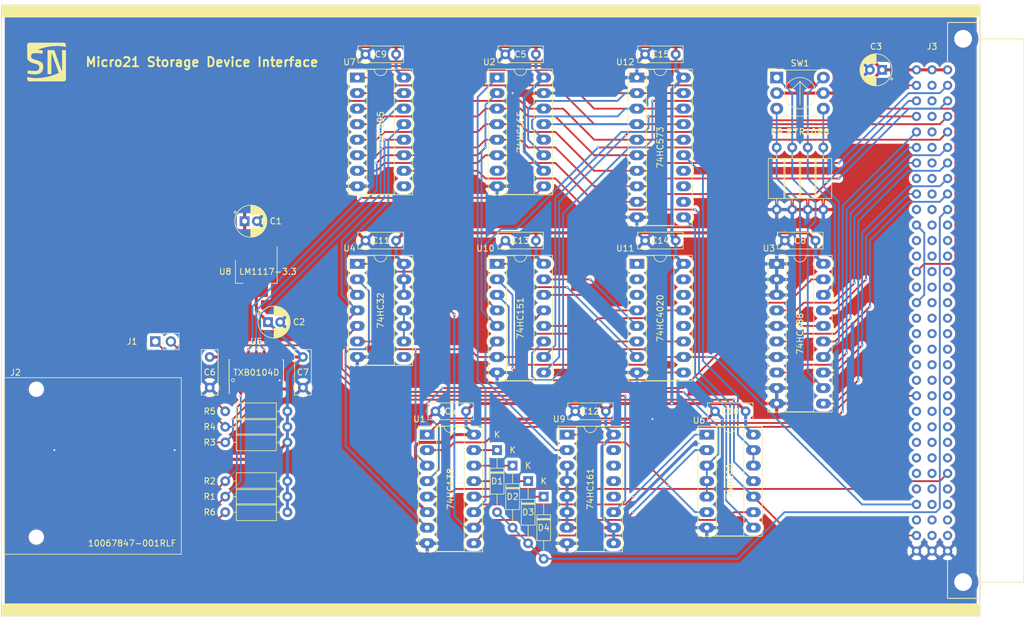
<source format=kicad_pcb>
(kicad_pcb (version 20171130) (host pcbnew 5.1.5+dfsg1-2build2)
  (layers (0 F.Cu signal) (31 B.Cu signal) (34 B.Paste user) (35 F.Paste user) (36 B.SilkS user) (37 F.SilkS user) (38 B.Mask user) (39 F.Mask user hide) (44 Edge.Cuts user))
  (net 0 "")
  (net 1 GND)
  (net 2 +5V)
  (net 3 +3V3)
  (net 4 "Net-(D1-Pad1)")
  (net 5 ~WAIT)
  (net 6 "Net-(D2-Pad1)")
  (net 7 "Net-(D3-Pad1)")
  (net 8 "Net-(D4-Pad1)")
  (net 9 "Net-(J1-Pad1)")
  (net 10 "Net-(J1-Pad2)")
  (net 11 "Net-(J2-Pad8)")
  (net 12 /DO)
  (net 13 /SCLK)
  (net 14 /DI)
  (net 15 /CS)
  (net 16 "Net-(J2-Pad9)")
  (net 17 D5)
  (net 18 D3)
  (net 19 D6)
  (net 20 D4)
  (net 21 A2)
  (net 22 A4)
  (net 23 A5)
  (net 24 A6)
  (net 25 "Net-(J3-PadA11)")
  (net 26 "Net-(J3-PadA12)")
  (net 27 "Net-(J3-PadA13)")
  (net 28 "Net-(J3-PadA14)")
  (net 29 "Net-(J3-PadA15)")
  (net 30 "Net-(J3-PadA16)")
  (net 31 "Net-(J3-PadA17)")
  (net 32 "Net-(J3-PadA18)")
  (net 33 "Net-(J3-PadA19)")
  (net 34 "Net-(J3-PadA20)")
  (net 35 "Net-(J3-PadA21)")
  (net 36 "Net-(J3-PadA22)")
  (net 37 "Net-(J3-PadA23)")
  (net 38 "Net-(J3-PadA24)")
  (net 39 "Net-(J3-PadA25)")
  (net 40 "Net-(J3-PadA26)")
  (net 41 ~IORQ)
  (net 42 "Net-(J3-PadA28)")
  (net 43 "Net-(J3-PadA29)")
  (net 44 "Net-(J3-PadA30)")
  (net 45 "Net-(J3-PadA31)")
  (net 46 "Net-(J3-PadB31)")
  (net 47 "Net-(J3-PadB30)")
  (net 48 "Net-(J3-PadB29)")
  (net 49 "Net-(J3-PadB28)")
  (net 50 "Net-(J3-PadB27)")
  (net 51 "Net-(J3-PadB26)")
  (net 52 "Net-(J3-PadB25)")
  (net 53 "Net-(J3-PadB24)")
  (net 54 "Net-(J3-PadB23)")
  (net 55 "Net-(J3-PadB22)")
  (net 56 "Net-(J3-PadB21)")
  (net 57 "Net-(J3-PadB20)")
  (net 58 "Net-(J3-PadB19)")
  (net 59 "Net-(J3-PadB18)")
  (net 60 "Net-(J3-PadB17)")
  (net 61 "Net-(J3-PadB16)")
  (net 62 "Net-(J3-PadB15)")
  (net 63 "Net-(J3-PadB14)")
  (net 64 "Net-(J3-PadB13)")
  (net 65 "Net-(J3-PadB12)")
  (net 66 "Net-(J3-PadB11)")
  (net 67 "Net-(J3-PadB10)")
  (net 68 "Net-(J3-PadB9)")
  (net 69 "Net-(J3-PadB8)")
  (net 70 "Net-(J3-PadB7)")
  (net 71 "Net-(J3-PadB6)")
  (net 72 "Net-(J3-PadB5)")
  (net 73 "Net-(J3-PadB3)")
  (net 74 "Net-(J3-PadB4)")
  (net 75 "Net-(J3-PadB2)")
  (net 76 D0)
  (net 77 D2)
  (net 78 D7)
  (net 79 A0)
  (net 80 A3)
  (net 81 A1)
  (net 82 "Net-(J3-PadC8)")
  (net 83 A7)
  (net 84 "Net-(J3-PadC10)")
  (net 85 "Net-(J3-PadC11)")
  (net 86 "Net-(J3-PadC12)")
  (net 87 "Net-(J3-PadC13)")
  (net 88 D1)
  (net 89 "Net-(J3-PadC15)")
  (net 90 "Net-(J3-PadC17)")
  (net 91 "Net-(J3-PadC18)")
  (net 92 "Net-(J3-PadC19)")
  (net 93 "Net-(J3-PadC20)")
  (net 94 "Net-(J3-PadC21)")
  (net 95 ~WR)
  (net 96 "Net-(J3-PadC23)")
  (net 97 "Net-(J3-PadC24)")
  (net 98 "Net-(J3-PadC25)")
  (net 99 "Net-(J3-PadC26)")
  (net 100 "Net-(J3-PadC27)")
  (net 101 "Net-(J3-PadC28)")
  (net 102 CLK)
  (net 103 "Net-(J3-PadC30)")
  (net 104 ~RESET)
  (net 105 "Net-(R7-Pad1)")
  (net 106 "Net-(R8-Pad1)")
  (net 107 "Net-(R9-Pad1)")
  (net 108 "Net-(R10-Pad1)")
  (net 109 "Net-(U1-Pad7)")
  (net 110 "Net-(U1-Pad4)")
  (net 111 "Net-(U1-Pad11)")
  (net 112 "Net-(U1-Pad3)")
  (net 113 "Net-(U1-Pad10)")
  (net 114 "Net-(U1-Pad9)")
  (net 115 "Net-(U2-Pad7)")
  (net 116 "Net-(U10-Pad5)")
  (net 117 "Net-(U2-Pad9)")
  (net 118 "Net-(U4-Pad8)")
  (net 119 "Net-(U4-Pad10)")
  (net 120 "Net-(U4-Pad3)")
  (net 121 "Net-(U4-Pad4)")
  (net 122 "Net-(U4-Pad5)")
  (net 123 "Net-(U5-Pad6)")
  (net 124 "Net-(U5-Pad9)")
  (net 125 "Net-(U5-Pad10)")
  (net 126 "Net-(U5-Pad13)")
  (net 127 "Net-(U12-Pad15)")
  (net 128 "Net-(U6-Pad6)")
  (net 129 "Net-(U12-Pad11)")
  (net 130 "Net-(U7-Pad9)")
  (net 131 "Net-(U9-Pad15)")
  (net 132 "Net-(U9-Pad14)")
  (net 133 "Net-(U9-Pad13)")
  (net 134 "Net-(U9-Pad12)")
  (net 135 "Net-(U10-Pad6)")
  (net 136 "Net-(U10-Pad1)")
  (net 137 "Net-(U10-Pad9)")
  (net 138 "Net-(U10-Pad2)")
  (net 139 "Net-(U10-Pad10)")
  (net 140 "Net-(U10-Pad11)")
  (net 141 "Net-(U10-Pad4)")
  (net 142 "Net-(U10-Pad12)")
  (net 143 "Net-(U10-Pad13)")
  (net 144 "Net-(U10-Pad14)")
  (net 145 "Net-(U10-Pad15)")
  (net 146 "Net-(U11-Pad1)")
  (net 147 "Net-(U11-Pad2)")
  (net 148 "Net-(U11-Pad3)")
  (net 149 "Net-(U11-Pad12)")
  (net 150 "Net-(U11-Pad14)")
  (net 151 "Net-(U11-Pad15)")
  (net 152 "Net-(U12-Pad12)")
  (net 153 "Net-(U12-Pad13)")
  (net 154 "Net-(U12-Pad14)")
  (module common:logo (layer F.Cu) (at 57.38 59.36)
    (fp_text reference G*** hide)
    (fp_text value LOGO hide)
  )
  (module Package_DIP:DIP-16_W7.62mm_Socket_LongPads (layer F.Cu) (at 108.18 61.9)
    (fp_text reference U7 (at -1.27 -2.54) (layer F.SilkS))
    (fp_text value 74HC595 (at 3.81 8.89 90) (layer F.SilkS))
    (pad 1 thru_hole rect (at 0 0) (size 2.4 1.6) (drill 0.8) (layers *.Cu *.Mask) (net 88 D1))
    (pad 9 thru_hole oval (at 7.62 17.78) (size 2.4 1.6) (drill 0.8) (layers *.Cu *.Mask) (net 130 "Net-(U7-Pad9)"))
    (pad 2 thru_hole oval (at 0 2.54) (size 2.4 1.6) (drill 0.8) (layers *.Cu *.Mask) (net 77 D2))
    (pad 10 thru_hole oval (at 7.62 15.24) (size 2.4 1.6) (drill 0.8) (layers *.Cu *.Mask) (net 104 ~RESET))
    (pad 3 thru_hole oval (at 0 5.08) (size 2.4 1.6) (drill 0.8) (layers *.Cu *.Mask) (net 18 D3))
    (pad 11 thru_hole oval (at 7.62 12.7) (size 2.4 1.6) (drill 0.8) (layers *.Cu *.Mask) (net 116 "Net-(U10-Pad5)"))
    (pad 4 thru_hole oval (at 0 7.62) (size 2.4 1.6) (drill 0.8) (layers *.Cu *.Mask) (net 20 D4))
    (pad 12 thru_hole oval (at 7.62 10.16) (size 2.4 1.6) (drill 0.8) (layers *.Cu *.Mask) (net 121 "Net-(U4-Pad4)"))
    (pad 5 thru_hole oval (at 0 10.16) (size 2.4 1.6) (drill 0.8) (layers *.Cu *.Mask) (net 17 D5))
    (pad 13 thru_hole oval (at 7.62 7.62) (size 2.4 1.6) (drill 0.8) (layers *.Cu *.Mask) (net 120 "Net-(U4-Pad3)"))
    (pad 6 thru_hole oval (at 0 12.7) (size 2.4 1.6) (drill 0.8) (layers *.Cu *.Mask) (net 19 D6))
    (pad 14 thru_hole oval (at 7.62 5.08) (size 2.4 1.6) (drill 0.8) (layers *.Cu *.Mask) (net 125 "Net-(U5-Pad10)"))
    (pad 7 thru_hole oval (at 0 15.24) (size 2.4 1.6) (drill 0.8) (layers *.Cu *.Mask) (net 78 D7))
    (pad 15 thru_hole oval (at 7.62 2.54) (size 2.4 1.6) (drill 0.8) (layers *.Cu *.Mask) (net 76 D0))
    (pad 8 thru_hole oval (at 0 17.78) (size 2.4 1.6) (drill 0.8) (layers *.Cu *.Mask) (net 1 GND))
    (pad 16 thru_hole oval (at 7.62 0) (size 2.4 1.6) (drill 0.8) (layers *.Cu *.Mask) (net 2 +5V))
  )
  (module Capacitor_THT:CP_Radial_D5.0mm_P2.00mm (layer F.Cu) (at 93.575 101.905)
    (fp_text reference C2 (at 5.08 0) (layer F.SilkS))
    (fp_text value CP_Small)
    (pad 1 thru_hole rect (at 0 0) (size 1.6 1.6) (drill 0.8) (layers *.Cu *.Mask) (net 3 +3V3))
    (pad 2 thru_hole circle (at 2 0) (size 1.6 1.6) (drill 0.8) (layers *.Cu *.Mask) (net 1 GND))
  )
  (module Capacitor_THT:CP_Radial_D5.0mm_P2.00mm (layer F.Cu) (at 89.765 85.395)
    (fp_text reference C1 (at 5.08 0) (layer F.SilkS))
    (fp_text value CP_Small)
    (pad 2 thru_hole circle (at 2 0) (size 1.6 1.6) (drill 0.8) (layers *.Cu *.Mask) (net 1 GND))
    (pad 1 thru_hole rect (at 0 0) (size 1.6 1.6) (drill 0.8) (layers *.Cu *.Mask) (net 2 +5V))
  )
  (module Capacitor_THT:CP_Radial_D5.0mm_P2.00mm (layer F.Cu) (at 194 60.63 180)
    (fp_text reference C3 (at 1 3.81 180) (layer F.SilkS))
    (fp_text value CP_Small)
    (pad 1 thru_hole rect (at 0 0 180) (size 1.6 1.6) (drill 0.8) (layers *.Cu *.Mask) (net 2 +5V))
    (pad 2 thru_hole circle (at 2 0 180) (size 1.6 1.6) (drill 0.8) (layers *.Cu *.Mask) (net 1 GND))
  )
  (module Capacitor_THT:C_Rect_L7.2mm_W2.5mm_P5.00mm_FKS2_FKP2_MKS2_MKP2 (layer F.Cu) (at 125.96 116.51 180)
    (fp_text reference C4 (at 2.54 0 180) (layer F.SilkS))
    (fp_text value C)
    (pad 2 thru_hole circle (at 5 0 180) (size 1.6 1.6) (drill 0.8) (layers *.Cu *.Mask) (net 1 GND))
    (pad 1 thru_hole circle (at 0 0 180) (size 1.6 1.6) (drill 0.8) (layers *.Cu *.Mask) (net 2 +5V))
  )
  (module Capacitor_THT:C_Rect_L7.2mm_W2.5mm_P5.00mm_FKS2_FKP2_MKS2_MKP2 (layer F.Cu) (at 137.39 58.09 180)
    (fp_text reference C5 (at 2.54 0 180) (layer F.SilkS))
    (fp_text value C)
    (pad 2 thru_hole circle (at 5 0 180) (size 1.6 1.6) (drill 0.8) (layers *.Cu *.Mask) (net 1 GND))
    (pad 1 thru_hole circle (at 0 0 180) (size 1.6 1.6) (drill 0.8) (layers *.Cu *.Mask) (net 2 +5V))
  )
  (module Capacitor_THT:C_Rect_L7.2mm_W2.5mm_P5.00mm_FKS2_FKP2_MKS2_MKP2 (layer F.Cu) (at 84.05 107.62 270)
    (fp_text reference C6 (at 2.5 0) (layer F.SilkS))
    (fp_text value C)
    (pad 2 thru_hole circle (at 5 0 270) (size 1.6 1.6) (drill 0.8) (layers *.Cu *.Mask) (net 1 GND))
    (pad 1 thru_hole circle (at 0 0 270) (size 1.6 1.6) (drill 0.8) (layers *.Cu *.Mask) (net 2 +5V))
  )
  (module Capacitor_THT:C_Rect_L7.2mm_W2.5mm_P5.00mm_FKS2_FKP2_MKS2_MKP2 (layer F.Cu) (at 99.29 107.62 270)
    (fp_text reference C7 (at 2.5 0) (layer F.SilkS))
    (fp_text value C)
    (pad 1 thru_hole circle (at 0 0 270) (size 1.6 1.6) (drill 0.8) (layers *.Cu *.Mask) (net 3 +3V3))
    (pad 2 thru_hole circle (at 5 0 270) (size 1.6 1.6) (drill 0.8) (layers *.Cu *.Mask) (net 1 GND))
  )
  (module Capacitor_THT:C_Rect_L7.2mm_W2.5mm_P5.00mm_FKS2_FKP2_MKS2_MKP2 (layer F.Cu) (at 183.11 88.57 180)
    (fp_text reference C8 (at 2.5 0 180) (layer F.SilkS))
    (fp_text value C)
    (pad 1 thru_hole circle (at 0 0 180) (size 1.6 1.6) (drill 0.8) (layers *.Cu *.Mask) (net 2 +5V))
    (pad 2 thru_hole circle (at 5 0 180) (size 1.6 1.6) (drill 0.8) (layers *.Cu *.Mask) (net 1 GND))
  )
  (module Capacitor_THT:C_Rect_L7.2mm_W2.5mm_P5.00mm_FKS2_FKP2_MKS2_MKP2 (layer F.Cu) (at 114.53 58.09 180)
    (fp_text reference C9 (at 2.5 0 180) (layer F.SilkS))
    (fp_text value C)
    (pad 1 thru_hole circle (at 0 0 180) (size 1.6 1.6) (drill 0.8) (layers *.Cu *.Mask) (net 2 +5V))
    (pad 2 thru_hole circle (at 5 0 180) (size 1.6 1.6) (drill 0.8) (layers *.Cu *.Mask) (net 1 GND))
  )
  (module Capacitor_THT:C_Rect_L7.2mm_W2.5mm_P5.00mm_FKS2_FKP2_MKS2_MKP2 (layer F.Cu) (at 171.68 116.51 180)
    (fp_text reference C10 (at 2.54 0 180) (layer F.SilkS))
    (fp_text value C)
    (pad 1 thru_hole circle (at 0 0 180) (size 1.6 1.6) (drill 0.8) (layers *.Cu *.Mask) (net 2 +5V))
    (pad 2 thru_hole circle (at 5 0 180) (size 1.6 1.6) (drill 0.8) (layers *.Cu *.Mask) (net 1 GND))
  )
  (module Capacitor_THT:C_Rect_L7.2mm_W2.5mm_P5.00mm_FKS2_FKP2_MKS2_MKP2 (layer F.Cu) (at 114.53 88.57 180)
    (fp_text reference C11 (at 2.5 0 180) (layer F.SilkS))
    (fp_text value C)
    (pad 2 thru_hole circle (at 5 0 180) (size 1.6 1.6) (drill 0.8) (layers *.Cu *.Mask) (net 1 GND))
    (pad 1 thru_hole circle (at 0 0 180) (size 1.6 1.6) (drill 0.8) (layers *.Cu *.Mask) (net 2 +5V))
  )
  (module Capacitor_THT:C_Rect_L7.2mm_W2.5mm_P5.00mm_FKS2_FKP2_MKS2_MKP2 (layer F.Cu) (at 148.82 116.51 180)
    (fp_text reference C12 (at 2.54 0 180) (layer F.SilkS))
    (fp_text value C)
    (pad 2 thru_hole circle (at 5 0 180) (size 1.6 1.6) (drill 0.8) (layers *.Cu *.Mask) (net 1 GND))
    (pad 1 thru_hole circle (at 0 0 180) (size 1.6 1.6) (drill 0.8) (layers *.Cu *.Mask) (net 2 +5V))
  )
  (module Capacitor_THT:C_Rect_L7.2mm_W2.5mm_P5.00mm_FKS2_FKP2_MKS2_MKP2 (layer F.Cu) (at 137.39 88.57 180)
    (fp_text reference C13 (at 2.54 0 180) (layer F.SilkS))
    (fp_text value C)
    (pad 2 thru_hole circle (at 5 0 180) (size 1.6 1.6) (drill 0.8) (layers *.Cu *.Mask) (net 1 GND))
    (pad 1 thru_hole circle (at 0 0 180) (size 1.6 1.6) (drill 0.8) (layers *.Cu *.Mask) (net 2 +5V))
  )
  (module Capacitor_THT:C_Rect_L7.2mm_W2.5mm_P5.00mm_FKS2_FKP2_MKS2_MKP2 (layer F.Cu) (at 160.25 88.57 180)
    (fp_text reference C14 (at 2.54 0 180) (layer F.SilkS))
    (fp_text value C)
    (pad 1 thru_hole circle (at 0 0 180) (size 1.6 1.6) (drill 0.8) (layers *.Cu *.Mask) (net 2 +5V))
    (pad 2 thru_hole circle (at 5 0 180) (size 1.6 1.6) (drill 0.8) (layers *.Cu *.Mask) (net 1 GND))
  )
  (module Capacitor_THT:C_Rect_L7.2mm_W2.5mm_P5.00mm_FKS2_FKP2_MKS2_MKP2 (layer F.Cu) (at 160.25 58.09 180)
    (fp_text reference C15 (at 2.5 0 180) (layer F.SilkS))
    (fp_text value C)
    (pad 1 thru_hole circle (at 0 0 180) (size 1.6 1.6) (drill 0.8) (layers *.Cu *.Mask) (net 2 +5V))
    (pad 2 thru_hole circle (at 5 0 180) (size 1.6 1.6) (drill 0.8) (layers *.Cu *.Mask) (net 1 GND))
  )
  (module Diode_THT:D_DO-35_SOD27_P10.16mm_Horizontal (layer F.Cu) (at 131.04 122.86 270)
    (fp_text reference D1 (at 5.08 0) (layer F.SilkS))
    (fp_text value BAT46)
    (fp_text user K (at -2.54 0) (layer F.SilkS))
    (pad 1 thru_hole rect (at 0 0 270) (size 1.6 1.6) (drill 0.8) (layers *.Cu *.Mask) (net 4 "Net-(D1-Pad1)"))
    (pad 2 thru_hole oval (at 10.16 0 270) (size 1.6 1.6) (drill 0.8) (layers *.Cu *.Mask) (net 5 ~WAIT))
  )
  (module Diode_THT:D_DO-35_SOD27_P10.16mm_Horizontal (layer F.Cu) (at 133.58 125.4 270)
    (fp_text reference D2 (at 5.08 0) (layer F.SilkS))
    (fp_text value BAT46)
    (fp_text user K (at -2.54 0) (layer F.SilkS))
    (pad 2 thru_hole oval (at 10.16 0 270) (size 1.6 1.6) (drill 0.8) (layers *.Cu *.Mask) (net 5 ~WAIT))
    (pad 1 thru_hole rect (at 0 0 270) (size 1.6 1.6) (drill 0.8) (layers *.Cu *.Mask) (net 6 "Net-(D2-Pad1)"))
  )
  (module Diode_THT:D_DO-35_SOD27_P10.16mm_Horizontal (layer F.Cu) (at 136.12 127.94 270)
    (fp_text reference D3 (at 5.08 0) (layer F.SilkS))
    (fp_text value BAT46)
    (fp_text user K (at -2.54 0) (layer F.SilkS))
    (pad 1 thru_hole rect (at 0 0 270) (size 1.6 1.6) (drill 0.8) (layers *.Cu *.Mask) (net 7 "Net-(D3-Pad1)"))
    (pad 2 thru_hole oval (at 10.16 0 270) (size 1.6 1.6) (drill 0.8) (layers *.Cu *.Mask) (net 5 ~WAIT))
  )
  (module Diode_THT:D_DO-35_SOD27_P10.16mm_Horizontal (layer F.Cu) (at 138.66 130.48 270)
    (fp_text reference D4 (at 5.08 0) (layer F.SilkS))
    (fp_text value BAT46)
    (fp_text user K (at -2.54 0) (layer F.SilkS))
    (pad 2 thru_hole oval (at 10.16 0 270) (size 1.6 1.6) (drill 0.8) (layers *.Cu *.Mask) (net 5 ~WAIT))
    (pad 1 thru_hole rect (at 0 0 270) (size 1.6 1.6) (drill 0.8) (layers *.Cu *.Mask) (net 8 "Net-(D4-Pad1)"))
  )
  (module Connector_PinHeader_2.54mm:PinHeader_1x02_P2.54mm_Vertical (layer F.Cu) (at 75.16 105.08 90)
    (fp_text reference J1 (at 0 -3.81 180) (layer F.SilkS))
    (fp_text value Conn_01x02_Male)
    (pad 1 thru_hole rect (at 0 0 90) (size 1.7 1.7) (drill 1) (layers *.Cu *.Mask) (net 9 "Net-(J1-Pad1)"))
    (pad 2 thru_hole oval (at 0 2.54 90) (size 1.7 1.7) (drill 1) (layers *.Cu *.Mask) (net 10 "Net-(J1-Pad2)"))
  )
  (module common:Socket_DIN41612-CaseC1-full-Male-96Pin-3rows (layer F.Cu) (at 202.16 100 90)
    (fp_text reference J3 (at 43.18 0 180) (layer F.SilkS))
    (fp_text value C96ABC)
    (pad A1 thru_hole circle (at 39.37 2.54 270) (size 1.50114 1.50114) (drill 0.8001) (layers *.Cu *.Mask) (net 2 +5V))
    (pad A2 thru_hole circle (at 36.83 2.54 270) (size 1.50114 1.50114) (drill 0.8001) (layers *.Cu *.Mask) (net 17 D5))
    (pad A4 thru_hole circle (at 31.75 2.54 270) (size 1.50114 1.50114) (drill 0.8001) (layers *.Cu *.Mask) (net 18 D3))
    (pad A3 thru_hole circle (at 34.29 2.54 270) (size 1.50114 1.50114) (drill 0.8001) (layers *.Cu *.Mask) (net 19 D6))
    (pad A5 thru_hole circle (at 29.21 2.54 270) (size 1.50114 1.50114) (drill 0.8001) (layers *.Cu *.Mask) (net 20 D4))
    (pad A6 thru_hole circle (at 26.67 2.54 270) (size 1.50114 1.50114) (drill 0.8001) (layers *.Cu *.Mask) (net 21 A2))
    (pad A7 thru_hole circle (at 24.13 2.54 270) (size 1.50114 1.50114) (drill 0.8001) (layers *.Cu *.Mask) (net 22 A4))
    (pad A8 thru_hole circle (at 21.59 2.54 270) (size 1.50114 1.50114) (drill 0.8001) (layers *.Cu *.Mask) (net 23 A5))
    (pad A9 thru_hole circle (at 19.05 2.54 270) (size 1.50114 1.50114) (drill 0.8001) (layers *.Cu *.Mask) (net 24 A6))
    (pad A10 thru_hole circle (at 16.51 2.54 270) (size 1.50114 1.50114) (drill 0.8001) (layers *.Cu *.Mask) (net 5 ~WAIT))
    (pad A11 thru_hole circle (at 13.97 2.54 270) (size 1.50114 1.50114) (drill 0.8001) (layers *.Cu *.Mask) (net 25 "Net-(J3-PadA11)"))
    (pad A12 thru_hole circle (at 11.43 2.54 270) (size 1.50114 1.50114) (drill 0.8001) (layers *.Cu *.Mask) (net 26 "Net-(J3-PadA12)"))
    (pad A13 thru_hole circle (at 8.89 2.54 270) (size 1.50114 1.50114) (drill 0.8001) (layers *.Cu *.Mask) (net 27 "Net-(J3-PadA13)"))
    (pad A14 thru_hole circle (at 6.35 2.54 270) (size 1.50114 1.50114) (drill 0.8001) (layers *.Cu *.Mask) (net 28 "Net-(J3-PadA14)"))
    (pad A15 thru_hole circle (at 3.81 2.54 270) (size 1.50114 1.50114) (drill 0.8001) (layers *.Cu *.Mask) (net 29 "Net-(J3-PadA15)"))
    (pad A16 thru_hole circle (at 1.27 2.54 270) (size 1.50114 1.50114) (drill 0.8001) (layers *.Cu *.Mask) (net 30 "Net-(J3-PadA16)"))
    (pad A17 thru_hole circle (at -1.27 2.54 270) (size 1.50114 1.50114) (drill 0.8001) (layers *.Cu *.Mask) (net 31 "Net-(J3-PadA17)"))
    (pad A18 thru_hole circle (at -3.81 2.54 270) (size 1.50114 1.50114) (drill 0.8001) (layers *.Cu *.Mask) (net 32 "Net-(J3-PadA18)"))
    (pad A19 thru_hole circle (at -6.35 2.54 270) (size 1.50114 1.50114) (drill 0.8001) (layers *.Cu *.Mask) (net 33 "Net-(J3-PadA19)"))
    (pad A20 thru_hole circle (at -8.89 2.54 270) (size 1.50114 1.50114) (drill 0.8001) (layers *.Cu *.Mask) (net 34 "Net-(J3-PadA20)"))
    (pad A21 thru_hole circle (at -11.43 2.54 270) (size 1.50114 1.50114) (drill 0.8001) (layers *.Cu *.Mask) (net 35 "Net-(J3-PadA21)"))
    (pad A22 thru_hole circle (at -13.97 2.54 270) (size 1.50114 1.50114) (drill 0.8001) (layers *.Cu *.Mask) (net 36 "Net-(J3-PadA22)"))
    (pad A23 thru_hole circle (at -16.51 2.54 270) (size 1.50114 1.50114) (drill 0.8001) (layers *.Cu *.Mask) (net 37 "Net-(J3-PadA23)"))
    (pad A24 thru_hole circle (at -19.05 2.54 270) (size 1.50114 1.50114) (drill 0.8001) (layers *.Cu *.Mask) (net 38 "Net-(J3-PadA24)"))
    (pad A25 thru_hole circle (at -21.59 2.54 270) (size 1.50114 1.50114) (drill 0.8001) (layers *.Cu *.Mask) (net 39 "Net-(J3-PadA25)"))
    (pad A26 thru_hole circle (at -24.13 2.54 270) (size 1.50114 1.50114) (drill 0.8001) (layers *.Cu *.Mask) (net 40 "Net-(J3-PadA26)"))
    (pad A27 thru_hole circle (at -26.67 2.54 270) (size 1.50114 1.50114) (drill 0.8001) (layers *.Cu *.Mask) (net 41 ~IORQ))
    (pad A28 thru_hole circle (at -29.21 2.54 270) (size 1.50114 1.50114) (drill 0.8001) (layers *.Cu *.Mask) (net 42 "Net-(J3-PadA28)"))
    (pad A29 thru_hole circle (at -31.75 2.54 270) (size 1.50114 1.50114) (drill 0.8001) (layers *.Cu *.Mask) (net 43 "Net-(J3-PadA29)"))
    (pad A30 thru_hole circle (at -34.29 2.54 270) (size 1.50114 1.50114) (drill 0.8001) (layers *.Cu *.Mask) (net 44 "Net-(J3-PadA30)"))
    (pad A31 thru_hole circle (at -36.83 2.54 270) (size 1.50114 1.50114) (drill 0.8001) (layers *.Cu *.Mask) (net 45 "Net-(J3-PadA31)"))
    (pad A32 thru_hole circle (at -39.37 2.54 270) (size 1.50114 1.50114) (drill 0.8001) (layers *.Cu *.Mask) (net 1 GND))
    (pad B32 thru_hole circle (at -39.37 0 270) (size 1.50114 1.50114) (drill 0.8001) (layers *.Cu *.Mask) (net 1 GND))
    (pad B31 thru_hole circle (at -36.83 0 270) (size 1.50114 1.50114) (drill 0.8001) (layers *.Cu *.Mask) (net 46 "Net-(J3-PadB31)"))
    (pad B30 thru_hole circle (at -34.29 0 270) (size 1.50114 1.50114) (drill 0.8001) (layers *.Cu *.Mask) (net 47 "Net-(J3-PadB30)"))
    (pad B29 thru_hole circle (at -31.75 0 270) (size 1.50114 1.50114) (drill 0.8001) (layers *.Cu *.Mask) (net 48 "Net-(J3-PadB29)"))
    (pad B28 thru_hole circle (at -29.21 0 270) (size 1.50114 1.50114) (drill 0.8001) (layers *.Cu *.Mask) (net 49 "Net-(J3-PadB28)"))
    (pad B27 thru_hole circle (at -26.67 0 270) (size 1.50114 1.50114) (drill 0.8001) (layers *.Cu *.Mask) (net 50 "Net-(J3-PadB27)"))
    (pad B26 thru_hole circle (at -24.13 0 270) (size 1.50114 1.50114) (drill 0.8001) (layers *.Cu *.Mask) (net 51 "Net-(J3-PadB26)"))
    (pad B25 thru_hole circle (at -21.59 0 270) (size 1.50114 1.50114) (drill 0.8001) (layers *.Cu *.Mask) (net 52 "Net-(J3-PadB25)"))
    (pad B24 thru_hole circle (at -19.05 0 270) (size 1.50114 1.50114) (drill 0.8001) (layers *.Cu *.Mask) (net 53 "Net-(J3-PadB24)"))
    (pad B23 thru_hole circle (at -16.51 0 270) (size 1.50114 1.50114) (drill 0.8001) (layers *.Cu *.Mask) (net 54 "Net-(J3-PadB23)"))
    (pad B22 thru_hole circle (at -13.97 0 270) (size 1.50114 1.50114) (drill 0.8001) (layers *.Cu *.Mask) (net 55 "Net-(J3-PadB22)"))
    (pad B21 thru_hole circle (at -11.43 0 270) (size 1.50114 1.50114) (drill 0.8001) (layers *.Cu *.Mask) (net 56 "Net-(J3-PadB21)"))
    (pad B20 thru_hole circle (at -8.89 0 270) (size 1.50114 1.50114) (drill 0.8001) (layers *.Cu *.Mask) (net 57 "Net-(J3-PadB20)"))
    (pad B19 thru_hole circle (at -6.35 0 270) (size 1.50114 1.50114) (drill 0.8001) (layers *.Cu *.Mask) (net 58 "Net-(J3-PadB19)"))
    (pad B18 thru_hole circle (at -3.81 0 270) (size 1.50114 1.50114) (drill 0.8001) (layers *.Cu *.Mask) (net 59 "Net-(J3-PadB18)"))
    (pad B17 thru_hole circle (at -1.27 0 270) (size 1.50114 1.50114) (drill 0.8001) (layers *.Cu *.Mask) (net 60 "Net-(J3-PadB17)"))
    (pad B16 thru_hole circle (at 1.27 0 270) (size 1.50114 1.50114) (drill 0.8001) (layers *.Cu *.Mask) (net 61 "Net-(J3-PadB16)"))
    (pad B15 thru_hole circle (at 3.81 0 270) (size 1.50114 1.50114) (drill 0.8001) (layers *.Cu *.Mask) (net 62 "Net-(J3-PadB15)"))
    (pad B14 thru_hole circle (at 6.35 0 270) (size 1.50114 1.50114) (drill 0.8001) (layers *.Cu *.Mask) (net 63 "Net-(J3-PadB14)"))
    (pad B13 thru_hole circle (at 8.89 0 270) (size 1.50114 1.50114) (drill 0.8001) (layers *.Cu *.Mask) (net 64 "Net-(J3-PadB13)"))
    (pad B12 thru_hole circle (at 11.43 0 270) (size 1.50114 1.50114) (drill 0.8001) (layers *.Cu *.Mask) (net 65 "Net-(J3-PadB12)"))
    (pad B11 thru_hole circle (at 13.97 0 270) (size 1.50114 1.50114) (drill 0.8001) (layers *.Cu *.Mask) (net 66 "Net-(J3-PadB11)"))
    (pad B10 thru_hole circle (at 16.51 0 270) (size 1.50114 1.50114) (drill 0.8001) (layers *.Cu *.Mask) (net 67 "Net-(J3-PadB10)"))
    (pad B9 thru_hole circle (at 19.05 0 270) (size 1.50114 1.50114) (drill 0.8001) (layers *.Cu *.Mask) (net 68 "Net-(J3-PadB9)"))
    (pad B8 thru_hole circle (at 21.59 0 270) (size 1.50114 1.50114) (drill 0.8001) (layers *.Cu *.Mask) (net 69 "Net-(J3-PadB8)"))
    (pad B7 thru_hole circle (at 24.13 0 270) (size 1.50114 1.50114) (drill 0.8001) (layers *.Cu *.Mask) (net 70 "Net-(J3-PadB7)"))
    (pad B6 thru_hole circle (at 26.67 0 270) (size 1.50114 1.50114) (drill 0.8001) (layers *.Cu *.Mask) (net 71 "Net-(J3-PadB6)"))
    (pad B5 thru_hole circle (at 29.21 0 270) (size 1.50114 1.50114) (drill 0.8001) (layers *.Cu *.Mask) (net 72 "Net-(J3-PadB5)"))
    (pad B3 thru_hole circle (at 34.29 0 270) (size 1.50114 1.50114) (drill 0.8001) (layers *.Cu *.Mask) (net 73 "Net-(J3-PadB3)"))
    (pad B4 thru_hole circle (at 31.75 0 270) (size 1.50114 1.50114) (drill 0.8001) (layers *.Cu *.Mask) (net 74 "Net-(J3-PadB4)"))
    (pad B2 thru_hole circle (at 36.83 0 270) (size 1.50114 1.50114) (drill 0.8001) (layers *.Cu *.Mask) (net 75 "Net-(J3-PadB2)"))
    (pad B1 thru_hole circle (at 39.37 0 270) (size 1.50114 1.50114) (drill 0.8001) (layers *.Cu *.Mask) (net 2 +5V))
    (pad C1 thru_hole circle (at 39.37 -2.54 270) (size 1.50114 1.50114) (drill 0.8001) (layers *.Cu *.Mask) (net 2 +5V))
    (pad C2 thru_hole circle (at 36.83 -2.54 270) (size 1.50114 1.50114) (drill 0.8001) (layers *.Cu *.Mask) (net 76 D0))
    (pad C4 thru_hole circle (at 31.75 -2.54 270) (size 1.50114 1.50114) (drill 0.8001) (layers *.Cu *.Mask) (net 77 D2))
    (pad C3 thru_hole circle (at 34.29 -2.54 270) (size 1.50114 1.50114) (drill 0.8001) (layers *.Cu *.Mask) (net 78 D7))
    (pad C5 thru_hole circle (at 29.21 -2.54 270) (size 1.50114 1.50114) (drill 0.8001) (layers *.Cu *.Mask) (net 79 A0))
    (pad C6 thru_hole circle (at 26.67 -2.54 270) (size 1.50114 1.50114) (drill 0.8001) (layers *.Cu *.Mask) (net 80 A3))
    (pad C7 thru_hole circle (at 24.13 -2.54 270) (size 1.50114 1.50114) (drill 0.8001) (layers *.Cu *.Mask) (net 81 A1))
    (pad C8 thru_hole circle (at 21.59 -2.54 270) (size 1.50114 1.50114) (drill 0.8001) (layers *.Cu *.Mask) (net 82 "Net-(J3-PadC8)"))
    (pad C9 thru_hole circle (at 19.05 -2.54 270) (size 1.50114 1.50114) (drill 0.8001) (layers *.Cu *.Mask) (net 83 A7))
    (pad C10 thru_hole circle (at 16.51 -2.54 270) (size 1.50114 1.50114) (drill 0.8001) (layers *.Cu *.Mask) (net 84 "Net-(J3-PadC10)"))
    (pad C11 thru_hole circle (at 13.97 -2.54 270) (size 1.50114 1.50114) (drill 0.8001) (layers *.Cu *.Mask) (net 85 "Net-(J3-PadC11)"))
    (pad C12 thru_hole circle (at 11.43 -2.54 270) (size 1.50114 1.50114) (drill 0.8001) (layers *.Cu *.Mask) (net 86 "Net-(J3-PadC12)"))
    (pad C13 thru_hole circle (at 8.89 -2.54 270) (size 1.50114 1.50114) (drill 0.8001) (layers *.Cu *.Mask) (net 87 "Net-(J3-PadC13)"))
    (pad C14 thru_hole circle (at 6.35 -2.54 270) (size 1.50114 1.50114) (drill 0.8001) (layers *.Cu *.Mask) (net 88 D1))
    (pad C15 thru_hole circle (at 3.81 -2.54 270) (size 1.50114 1.50114) (drill 0.8001) (layers *.Cu *.Mask) (net 89 "Net-(J3-PadC15)"))
    (pad C16 thru_hole circle (at 1.27 -2.54 270) (size 1.50114 1.50114) (drill 0.8001) (layers *.Cu *.Mask) (net 85 "Net-(J3-PadC11)"))
    (pad C17 thru_hole circle (at -1.27 -2.54 270) (size 1.50114 1.50114) (drill 0.8001) (layers *.Cu *.Mask) (net 90 "Net-(J3-PadC17)"))
    (pad C18 thru_hole circle (at -3.81 -2.54 270) (size 1.50114 1.50114) (drill 0.8001) (layers *.Cu *.Mask) (net 91 "Net-(J3-PadC18)"))
    (pad C19 thru_hole circle (at -6.35 -2.54 270) (size 1.50114 1.50114) (drill 0.8001) (layers *.Cu *.Mask) (net 92 "Net-(J3-PadC19)"))
    (pad C20 thru_hole circle (at -8.89 -2.54 270) (size 1.50114 1.50114) (drill 0.8001) (layers *.Cu *.Mask) (net 93 "Net-(J3-PadC20)"))
    (pad C21 thru_hole circle (at -11.43 -2.54 270) (size 1.50114 1.50114) (drill 0.8001) (layers *.Cu *.Mask) (net 94 "Net-(J3-PadC21)"))
    (pad C22 thru_hole circle (at -13.97 -2.54 270) (size 1.50114 1.50114) (drill 0.8001) (layers *.Cu *.Mask) (net 95 ~WR))
    (pad C23 thru_hole circle (at -16.51 -2.54 270) (size 1.50114 1.50114) (drill 0.8001) (layers *.Cu *.Mask) (net 96 "Net-(J3-PadC23)"))
    (pad C24 thru_hole circle (at -19.05 -2.54 270) (size 1.50114 1.50114) (drill 0.8001) (layers *.Cu *.Mask) (net 97 "Net-(J3-PadC24)"))
    (pad C25 thru_hole circle (at -21.59 -2.54 270) (size 1.50114 1.50114) (drill 0.8001) (layers *.Cu *.Mask) (net 98 "Net-(J3-PadC25)"))
    (pad C26 thru_hole circle (at -24.13 -2.54 270) (size 1.50114 1.50114) (drill 0.8001) (layers *.Cu *.Mask) (net 99 "Net-(J3-PadC26)"))
    (pad C27 thru_hole circle (at -26.67 -2.54 270) (size 1.50114 1.50114) (drill 0.8001) (layers *.Cu *.Mask) (net 100 "Net-(J3-PadC27)"))
    (pad C28 thru_hole circle (at -29.21 -2.54 270) (size 1.50114 1.50114) (drill 0.8001) (layers *.Cu *.Mask) (net 101 "Net-(J3-PadC28)"))
    (pad C29 thru_hole circle (at -31.75 -2.54 270) (size 1.50114 1.50114) (drill 0.8001) (layers *.Cu *.Mask) (net 102 CLK))
    (pad C30 thru_hole circle (at -34.29 -2.54 270) (size 1.50114 1.50114) (drill 0.8001) (layers *.Cu *.Mask) (net 103 "Net-(J3-PadC30)"))
    (pad C31 thru_hole circle (at -36.83 -2.54 270) (size 1.50114 1.50114) (drill 0.8001) (layers *.Cu *.Mask) (net 104 ~RESET))
    (pad C32 thru_hole circle (at -39.37 -2.54 270) (size 1.50114 1.50114) (drill 0.8001) (layers *.Cu *.Mask) (net 1 GND))
    (pad A32 thru_hole circle (at -44.45 5.08 90) (size 5 5) (drill 2.90068) (layers *.Cu *.Mask) (net 1 GND))
    (pad A32 thru_hole circle (at 44.45 5.08 90) (size 5 5) (drill 2.90068) (layers *.Cu *.Mask) (net 1 GND))
  )
  (module Resistor_THT:R_Axial_DIN0207_L6.3mm_D2.5mm_P10.16mm_Horizontal (layer F.Cu) (at 96.75 130.48 180)
    (fp_text reference R1 (at 12.7 0 180) (layer F.SilkS))
    (fp_text value 100k)
    (pad 2 thru_hole oval (at 10.16 0 180) (size 1.6 1.6) (drill 0.8) (layers *.Cu *.Mask) (net 15 /CS))
    (pad 1 thru_hole circle (at 0 0 180) (size 1.6 1.6) (drill 0.8) (layers *.Cu *.Mask) (net 3 +3V3))
  )
  (module Resistor_THT:R_Axial_DIN0207_L6.3mm_D2.5mm_P10.16mm_Horizontal (layer F.Cu) (at 96.75 127.94 180)
    (fp_text reference R2 (at 12.7 0 180) (layer F.SilkS))
    (fp_text value 100k)
    (pad 1 thru_hole circle (at 0 0 180) (size 1.6 1.6) (drill 0.8) (layers *.Cu *.Mask) (net 3 +3V3))
    (pad 2 thru_hole oval (at 10.16 0 180) (size 1.6 1.6) (drill 0.8) (layers *.Cu *.Mask) (net 14 /DI))
  )
  (module Resistor_THT:R_Axial_DIN0207_L6.3mm_D2.5mm_P10.16mm_Horizontal (layer F.Cu) (at 96.75 121.59 180)
    (fp_text reference R3 (at 12.7 0 180) (layer F.SilkS))
    (fp_text value 100k)
    (pad 2 thru_hole oval (at 10.16 0 180) (size 1.6 1.6) (drill 0.8) (layers *.Cu *.Mask) (net 13 /SCLK))
    (pad 1 thru_hole circle (at 0 0 180) (size 1.6 1.6) (drill 0.8) (layers *.Cu *.Mask) (net 3 +3V3))
  )
  (module Resistor_THT:R_Axial_DIN0207_L6.3mm_D2.5mm_P10.16mm_Horizontal (layer F.Cu) (at 96.75 119.05 180)
    (fp_text reference R4 (at 12.7 0 180) (layer F.SilkS))
    (fp_text value 100k)
    (pad 1 thru_hole circle (at 0 0 180) (size 1.6 1.6) (drill 0.8) (layers *.Cu *.Mask) (net 3 +3V3))
    (pad 2 thru_hole oval (at 10.16 0 180) (size 1.6 1.6) (drill 0.8) (layers *.Cu *.Mask) (net 12 /DO))
  )
  (module Resistor_THT:R_Axial_DIN0207_L6.3mm_D2.5mm_P10.16mm_Horizontal (layer F.Cu) (at 96.75 116.51 180)
    (fp_text reference R5 (at 12.7 0 180) (layer F.SilkS))
    (fp_text value 100k)
    (pad 2 thru_hole oval (at 10.16 0 180) (size 1.6 1.6) (drill 0.8) (layers *.Cu *.Mask) (net 11 "Net-(J2-Pad8)"))
    (pad 1 thru_hole circle (at 0 0 180) (size 1.6 1.6) (drill 0.8) (layers *.Cu *.Mask) (net 3 +3V3))
  )
  (module Resistor_THT:R_Axial_DIN0207_L6.3mm_D2.5mm_P10.16mm_Horizontal (layer F.Cu) (at 96.75 133.02 180)
    (fp_text reference R6 (at 12.7 0 180) (layer F.SilkS))
    (fp_text value 100k)
    (pad 1 thru_hole circle (at 0 0 180) (size 1.6 1.6) (drill 0.8) (layers *.Cu *.Mask) (net 3 +3V3))
    (pad 2 thru_hole oval (at 10.16 0 180) (size 1.6 1.6) (drill 0.8) (layers *.Cu *.Mask) (net 16 "Net-(J2-Pad9)"))
  )
  (module Resistor_THT:R_Axial_DIN0207_L6.3mm_D2.5mm_P10.16mm_Horizontal (layer F.Cu) (at 179.3 73.33 270)
    (fp_text reference R7 (at -2.54 0 180) (layer F.SilkS))
    (fp_text value 100k)
    (pad 1 thru_hole circle (at 0 0 270) (size 1.6 1.6) (drill 0.8) (layers *.Cu *.Mask) (net 105 "Net-(R7-Pad1)"))
    (pad 2 thru_hole oval (at 10.16 0 270) (size 1.6 1.6) (drill 0.8) (layers *.Cu *.Mask) (net 1 GND))
  )
  (module Resistor_THT:R_Axial_DIN0207_L6.3mm_D2.5mm_P10.16mm_Horizontal (layer F.Cu) (at 184.38 73.33 270)
    (fp_text reference R8 (at -2.54 0 180) (layer F.SilkS))
    (fp_text value 100k)
    (pad 2 thru_hole oval (at 10.16 0 270) (size 1.6 1.6) (drill 0.8) (layers *.Cu *.Mask) (net 1 GND))
    (pad 1 thru_hole circle (at 0 0 270) (size 1.6 1.6) (drill 0.8) (layers *.Cu *.Mask) (net 106 "Net-(R8-Pad1)"))
  )
  (module Resistor_THT:R_Axial_DIN0207_L6.3mm_D2.5mm_P10.16mm_Horizontal (layer F.Cu) (at 176.76 73.33 270)
    (fp_text reference R9 (at -2.54 0 180) (layer F.SilkS))
    (fp_text value 100k)
    (pad 1 thru_hole circle (at 0 0 270) (size 1.6 1.6) (drill 0.8) (layers *.Cu *.Mask) (net 107 "Net-(R9-Pad1)"))
    (pad 2 thru_hole oval (at 10.16 0 270) (size 1.6 1.6) (drill 0.8) (layers *.Cu *.Mask) (net 1 GND))
  )
  (module Resistor_THT:R_Axial_DIN0207_L6.3mm_D2.5mm_P10.16mm_Horizontal (layer F.Cu) (at 181.84 73.33 270)
    (fp_text reference R10 (at -2.54 0) (layer F.SilkS))
    (fp_text value 100k)
    (pad 2 thru_hole oval (at 10.16 0 270) (size 1.6 1.6) (drill 0.8) (layers *.Cu *.Mask) (net 1 GND))
    (pad 1 thru_hole circle (at 0 0 270) (size 1.6 1.6) (drill 0.8) (layers *.Cu *.Mask) (net 108 "Net-(R10-Pad1)"))
  )
  (module Button_Switch_THT:Nidec_Copal_SH-7010C (layer F.Cu) (at 176.76 61.9)
    (fp_text reference SW1 (at 3.81 -2.36) (layer F.SilkS))
    (fp_text value SW_Coded_SH-7050)
    (pad 1 thru_hole rect (at 0 0) (size 2.1 1.9) (drill 1) (layers *.Cu *.Mask) (net 105 "Net-(R7-Pad1)"))
    (pad 8 thru_hole oval (at 7.62 0) (size 2.1 1.9) (drill 1) (layers *.Cu *.Mask) (net 108 "Net-(R10-Pad1)"))
    (pad C thru_hole oval (at 0 2.54) (size 2.1 1.9) (drill 1) (layers *.Cu *.Mask) (net 2 +5V))
    (pad C thru_hole oval (at 7.62 2.54) (size 2.1 1.9) (drill 1) (layers *.Cu *.Mask) (net 2 +5V))
    (pad 4 thru_hole oval (at 0 5.08) (size 2.1 1.9) (drill 1) (layers *.Cu *.Mask) (net 107 "Net-(R9-Pad1)"))
    (pad 2 thru_hole oval (at 7.62 5.08) (size 2.1 1.9) (drill 1) (layers *.Cu *.Mask) (net 106 "Net-(R8-Pad1)"))
  )
  (module Package_DIP:DIP-16_W7.62mm_Socket_LongPads (layer F.Cu) (at 119.61 120.32)
    (fp_text reference U1 (at -1.27 -2.54) (layer F.SilkS))
    (fp_text value 74HC138 (at 3.81 8.89 90) (layer F.SilkS))
    (pad 16 thru_hole oval (at 7.62 0) (size 2.4 1.6) (drill 0.8) (layers *.Cu *.Mask) (net 2 +5V))
    (pad 8 thru_hole oval (at 0 17.78) (size 2.4 1.6) (drill 0.8) (layers *.Cu *.Mask) (net 1 GND))
    (pad 15 thru_hole oval (at 7.62 2.54) (size 2.4 1.6) (drill 0.8) (layers *.Cu *.Mask) (net 4 "Net-(D1-Pad1)"))
    (pad 7 thru_hole oval (at 0 15.24) (size 2.4 1.6) (drill 0.8) (layers *.Cu *.Mask) (net 109 "Net-(U1-Pad7)"))
    (pad 14 thru_hole oval (at 7.62 5.08) (size 2.4 1.6) (drill 0.8) (layers *.Cu *.Mask) (net 6 "Net-(D2-Pad1)"))
    (pad 6 thru_hole oval (at 0 12.7) (size 2.4 1.6) (drill 0.8) (layers *.Cu *.Mask) (net 2 +5V))
    (pad 13 thru_hole oval (at 7.62 7.62) (size 2.4 1.6) (drill 0.8) (layers *.Cu *.Mask) (net 7 "Net-(D3-Pad1)"))
    (pad 5 thru_hole oval (at 0 10.16) (size 2.4 1.6) (drill 0.8) (layers *.Cu *.Mask) (net 41 ~IORQ))
    (pad 12 thru_hole oval (at 7.62 10.16) (size 2.4 1.6) (drill 0.8) (layers *.Cu *.Mask) (net 8 "Net-(D4-Pad1)"))
    (pad 4 thru_hole oval (at 0 7.62) (size 2.4 1.6) (drill 0.8) (layers *.Cu *.Mask) (net 110 "Net-(U1-Pad4)"))
    (pad 11 thru_hole oval (at 7.62 12.7) (size 2.4 1.6) (drill 0.8) (layers *.Cu *.Mask) (net 111 "Net-(U1-Pad11)"))
    (pad 3 thru_hole oval (at 0 5.08) (size 2.4 1.6) (drill 0.8) (layers *.Cu *.Mask) (net 112 "Net-(U1-Pad3)"))
    (pad 10 thru_hole oval (at 7.62 15.24) (size 2.4 1.6) (drill 0.8) (layers *.Cu *.Mask) (net 113 "Net-(U1-Pad10)"))
    (pad 2 thru_hole oval (at 0 2.54) (size 2.4 1.6) (drill 0.8) (layers *.Cu *.Mask) (net 79 A0))
    (pad 9 thru_hole oval (at 7.62 17.78) (size 2.4 1.6) (drill 0.8) (layers *.Cu *.Mask) (net 114 "Net-(U1-Pad9)"))
    (pad 1 thru_hole rect (at 0 0) (size 2.4 1.6) (drill 0.8) (layers *.Cu *.Mask) (net 95 ~WR))
  )
  (module Package_DIP:DIP-16_W7.62mm_Socket_LongPads (layer F.Cu) (at 131.04 61.9)
    (fp_text reference U2 (at -1.27 -2.54) (layer F.SilkS))
    (fp_text value 74HC165 (at 3.81 8.89 90) (layer F.SilkS))
    (pad 16 thru_hole oval (at 7.62 0) (size 2.4 1.6) (drill 0.8) (layers *.Cu *.Mask) (net 2 +5V))
    (pad 8 thru_hole oval (at 0 17.78) (size 2.4 1.6) (drill 0.8) (layers *.Cu *.Mask) (net 1 GND))
    (pad 15 thru_hole oval (at 7.62 2.54) (size 2.4 1.6) (drill 0.8) (layers *.Cu *.Mask) (net 1 GND))
    (pad 7 thru_hole oval (at 0 15.24) (size 2.4 1.6) (drill 0.8) (layers *.Cu *.Mask) (net 115 "Net-(U2-Pad7)"))
    (pad 14 thru_hole oval (at 7.62 5.08) (size 2.4 1.6) (drill 0.8) (layers *.Cu *.Mask) (net 18 D3))
    (pad 6 thru_hole oval (at 0 12.7) (size 2.4 1.6) (drill 0.8) (layers *.Cu *.Mask) (net 78 D7))
    (pad 13 thru_hole oval (at 7.62 7.62) (size 2.4 1.6) (drill 0.8) (layers *.Cu *.Mask) (net 77 D2))
    (pad 5 thru_hole oval (at 0 10.16) (size 2.4 1.6) (drill 0.8) (layers *.Cu *.Mask) (net 19 D6))
    (pad 12 thru_hole oval (at 7.62 10.16) (size 2.4 1.6) (drill 0.8) (layers *.Cu *.Mask) (net 88 D1))
    (pad 4 thru_hole oval (at 0 7.62) (size 2.4 1.6) (drill 0.8) (layers *.Cu *.Mask) (net 17 D5))
    (pad 11 thru_hole oval (at 7.62 12.7) (size 2.4 1.6) (drill 0.8) (layers *.Cu *.Mask) (net 76 D0))
    (pad 3 thru_hole oval (at 0 5.08) (size 2.4 1.6) (drill 0.8) (layers *.Cu *.Mask) (net 20 D4))
    (pad 10 thru_hole oval (at 7.62 15.24) (size 2.4 1.6) (drill 0.8) (layers *.Cu *.Mask) (net 2 +5V))
    (pad 2 thru_hole oval (at 0 2.54) (size 2.4 1.6) (drill 0.8) (layers *.Cu *.Mask) (net 116 "Net-(U10-Pad5)"))
    (pad 9 thru_hole oval (at 7.62 17.78) (size 2.4 1.6) (drill 0.8) (layers *.Cu *.Mask) (net 117 "Net-(U2-Pad9)"))
    (pad 1 thru_hole rect (at 0 0) (size 2.4 1.6) (drill 0.8) (layers *.Cu *.Mask) (net 111 "Net-(U1-Pad11)"))
  )
  (module Package_DIP:DIP-20_W7.62mm_Socket_LongPads (layer F.Cu) (at 176.76 92.38)
    (fp_text reference U3 (at -1.27 -2.54) (layer F.SilkS))
    (fp_text value 74HC688 (at 3.81 11.43 90) (layer F.SilkS))
    (pad 20 thru_hole oval (at 7.62 0) (size 2.4 1.6) (drill 0.8) (layers *.Cu *.Mask) (net 2 +5V))
    (pad 10 thru_hole oval (at 0 22.86) (size 2.4 1.6) (drill 0.8) (layers *.Cu *.Mask) (net 1 GND))
    (pad 19 thru_hole oval (at 7.62 2.54) (size 2.4 1.6) (drill 0.8) (layers *.Cu *.Mask) (net 110 "Net-(U1-Pad4)"))
    (pad 9 thru_hole oval (at 0 20.32) (size 2.4 1.6) (drill 0.8) (layers *.Cu *.Mask) (net 1 GND))
    (pad 18 thru_hole oval (at 7.62 5.08) (size 2.4 1.6) (drill 0.8) (layers *.Cu *.Mask) (net 108 "Net-(R10-Pad1)"))
    (pad 8 thru_hole oval (at 0 17.78) (size 2.4 1.6) (drill 0.8) (layers *.Cu *.Mask) (net 80 A3))
    (pad 17 thru_hole oval (at 7.62 7.62) (size 2.4 1.6) (drill 0.8) (layers *.Cu *.Mask) (net 83 A7))
    (pad 7 thru_hole oval (at 0 15.24) (size 2.4 1.6) (drill 0.8) (layers *.Cu *.Mask) (net 1 GND))
    (pad 16 thru_hole oval (at 7.62 10.16) (size 2.4 1.6) (drill 0.8) (layers *.Cu *.Mask) (net 107 "Net-(R9-Pad1)"))
    (pad 6 thru_hole oval (at 0 12.7) (size 2.4 1.6) (drill 0.8) (layers *.Cu *.Mask) (net 21 A2))
    (pad 15 thru_hole oval (at 7.62 12.7) (size 2.4 1.6) (drill 0.8) (layers *.Cu *.Mask) (net 24 A6))
    (pad 5 thru_hole oval (at 0 10.16) (size 2.4 1.6) (drill 0.8) (layers *.Cu *.Mask) (net 1 GND))
    (pad 14 thru_hole oval (at 7.62 15.24) (size 2.4 1.6) (drill 0.8) (layers *.Cu *.Mask) (net 106 "Net-(R8-Pad1)"))
    (pad 4 thru_hole oval (at 0 7.62) (size 2.4 1.6) (drill 0.8) (layers *.Cu *.Mask) (net 81 A1))
    (pad 13 thru_hole oval (at 7.62 17.78) (size 2.4 1.6) (drill 0.8) (layers *.Cu *.Mask) (net 23 A5))
    (pad 3 thru_hole oval (at 0 5.08) (size 2.4 1.6) (drill 0.8) (layers *.Cu *.Mask) (net 1 GND))
    (pad 12 thru_hole oval (at 7.62 20.32) (size 2.4 1.6) (drill 0.8) (layers *.Cu *.Mask) (net 105 "Net-(R7-Pad1)"))
    (pad 2 thru_hole oval (at 0 2.54) (size 2.4 1.6) (drill 0.8) (layers *.Cu *.Mask) (net 1 GND))
    (pad 11 thru_hole oval (at 7.62 22.86) (size 2.4 1.6) (drill 0.8) (layers *.Cu *.Mask) (net 22 A4))
    (pad 1 thru_hole rect (at 0 0) (size 2.4 1.6) (drill 0.8) (layers *.Cu *.Mask) (net 1 GND))
  )
  (module Package_DIP:DIP-14_W7.62mm_Socket_LongPads (layer F.Cu) (at 108.18 92.38)
    (fp_text reference U4 (at -1.27 -2.54) (layer F.SilkS))
    (fp_text value 74HC32 (at 3.81 7.62 90) (layer F.SilkS))
    (pad 1 thru_hole rect (at 0 0) (size 2.4 1.6) (drill 0.8) (layers *.Cu *.Mask) (net 113 "Net-(U1-Pad10)"))
    (pad 8 thru_hole oval (at 7.62 15.24) (size 2.4 1.6) (drill 0.8) (layers *.Cu *.Mask) (net 118 "Net-(U4-Pad8)"))
    (pad 2 thru_hole oval (at 0 2.54) (size 2.4 1.6) (drill 0.8) (layers *.Cu *.Mask) (net 109 "Net-(U1-Pad7)"))
    (pad 9 thru_hole oval (at 7.62 12.7) (size 2.4 1.6) (drill 0.8) (layers *.Cu *.Mask) (net 119 "Net-(U4-Pad10)"))
    (pad 3 thru_hole oval (at 0 5.08) (size 2.4 1.6) (drill 0.8) (layers *.Cu *.Mask) (net 120 "Net-(U4-Pad3)"))
    (pad 10 thru_hole oval (at 7.62 10.16) (size 2.4 1.6) (drill 0.8) (layers *.Cu *.Mask) (net 119 "Net-(U4-Pad10)"))
    (pad 4 thru_hole oval (at 0 7.62) (size 2.4 1.6) (drill 0.8) (layers *.Cu *.Mask) (net 121 "Net-(U4-Pad4)"))
    (pad 11 thru_hole oval (at 7.62 7.62) (size 2.4 1.6) (drill 0.8) (layers *.Cu *.Mask) (net 119 "Net-(U4-Pad10)"))
    (pad 5 thru_hole oval (at 0 10.16) (size 2.4 1.6) (drill 0.8) (layers *.Cu *.Mask) (net 122 "Net-(U4-Pad5)"))
    (pad 12 thru_hole oval (at 7.62 5.08) (size 2.4 1.6) (drill 0.8) (layers *.Cu *.Mask) (net 2 +5V))
    (pad 6 thru_hole oval (at 0 12.7) (size 2.4 1.6) (drill 0.8) (layers *.Cu *.Mask) (net 112 "Net-(U1-Pad3)"))
    (pad 13 thru_hole oval (at 7.62 2.54) (size 2.4 1.6) (drill 0.8) (layers *.Cu *.Mask) (net 2 +5V))
    (pad 7 thru_hole oval (at 0 15.24) (size 2.4 1.6) (drill 0.8) (layers *.Cu *.Mask) (net 1 GND))
    (pad 14 thru_hole oval (at 7.62 0) (size 2.4 1.6) (drill 0.8) (layers *.Cu *.Mask) (net 2 +5V))
  )
  (module Package_SO:SOIC-14_3.9x8.7mm_P1.27mm (layer F.Cu) (at 91.67 110.16 90)
    (fp_text reference U5 (at 5.08 0 180) (layer F.SilkS))
    (fp_text value TXB0104D (at 0 0 180) (layer F.SilkS))
    (pad 1 smd rect (at -2.7 -3.81 90) (size 1.5 0.6) (layers F.Cu F.Paste F.Mask) (net 3 +3V3))
    (pad 2 smd rect (at -2.7 -2.54 90) (size 1.5 0.6) (layers F.Cu F.Paste F.Mask) (net 15 /CS))
    (pad 3 smd rect (at -2.7 -1.27 90) (size 1.5 0.6) (layers F.Cu F.Paste F.Mask) (net 14 /DI))
    (pad 4 smd rect (at -2.7 0 90) (size 1.5 0.6) (layers F.Cu F.Paste F.Mask) (net 13 /SCLK))
    (pad 5 smd rect (at -2.7 1.27 90) (size 1.5 0.6) (layers F.Cu F.Paste F.Mask) (net 12 /DO))
    (pad 6 smd rect (at -2.7 2.54 90) (size 1.5 0.6) (layers F.Cu F.Paste F.Mask) (net 123 "Net-(U5-Pad6)"))
    (pad 7 smd rect (at -2.7 3.81 90) (size 1.5 0.6) (layers F.Cu F.Paste F.Mask) (net 1 GND))
    (pad 8 smd rect (at 2.7 3.81 90) (size 1.5 0.6) (layers F.Cu F.Paste F.Mask) (net 3 +3V3))
    (pad 9 smd rect (at 2.7 2.54 90) (size 1.5 0.6) (layers F.Cu F.Paste F.Mask) (net 124 "Net-(U5-Pad9)"))
    (pad 10 smd rect (at 2.7 1.27 90) (size 1.5 0.6) (layers F.Cu F.Paste F.Mask) (net 125 "Net-(U5-Pad10)"))
    (pad 11 smd rect (at 2.7 0 90) (size 1.5 0.6) (layers F.Cu F.Paste F.Mask) (net 116 "Net-(U10-Pad5)"))
    (pad 12 smd rect (at 2.7 -1.27 90) (size 1.5 0.6) (layers F.Cu F.Paste F.Mask) (net 117 "Net-(U2-Pad9)"))
    (pad 13 smd rect (at 2.7 -2.54 90) (size 1.5 0.6) (layers F.Cu F.Paste F.Mask) (net 126 "Net-(U5-Pad13)"))
    (pad 14 smd rect (at 2.7 -3.81 90) (size 1.5 0.6) (layers F.Cu F.Paste F.Mask) (net 2 +5V))
  )
  (module Package_DIP:DIP-14_W7.62mm_Socket_LongPads (layer F.Cu) (at 165.33 120.32)
    (fp_text reference U6 (at -1.27 -2.33) (layer F.SilkS))
    (fp_text value 74HC00 (at 3.81 7.62 90) (layer F.SilkS))
    (pad 14 thru_hole oval (at 7.62 0) (size 2.4 1.6) (drill 0.8) (layers *.Cu *.Mask) (net 2 +5V))
    (pad 7 thru_hole oval (at 0 15.24) (size 2.4 1.6) (drill 0.8) (layers *.Cu *.Mask) (net 1 GND))
    (pad 13 thru_hole oval (at 7.62 2.54) (size 2.4 1.6) (drill 0.8) (layers *.Cu *.Mask) (net 127 "Net-(U12-Pad15)"))
    (pad 6 thru_hole oval (at 0 12.7) (size 2.4 1.6) (drill 0.8) (layers *.Cu *.Mask) (net 128 "Net-(U6-Pad6)"))
    (pad 12 thru_hole oval (at 7.62 5.08) (size 2.4 1.6) (drill 0.8) (layers *.Cu *.Mask) (net 127 "Net-(U12-Pad15)"))
    (pad 5 thru_hole oval (at 0 10.16) (size 2.4 1.6) (drill 0.8) (layers *.Cu *.Mask) (net 122 "Net-(U4-Pad5)"))
    (pad 11 thru_hole oval (at 7.62 7.62) (size 2.4 1.6) (drill 0.8) (layers *.Cu *.Mask) (net 126 "Net-(U5-Pad13)"))
    (pad 4 thru_hole oval (at 0 7.62) (size 2.4 1.6) (drill 0.8) (layers *.Cu *.Mask) (net 122 "Net-(U4-Pad5)"))
    (pad 10 thru_hole oval (at 7.62 10.16) (size 2.4 1.6) (drill 0.8) (layers *.Cu *.Mask) (net 104 ~RESET))
    (pad 3 thru_hole oval (at 0 5.08) (size 2.4 1.6) (drill 0.8) (layers *.Cu *.Mask) (net 122 "Net-(U4-Pad5)"))
    (pad 9 thru_hole oval (at 7.62 12.7) (size 2.4 1.6) (drill 0.8) (layers *.Cu *.Mask) (net 114 "Net-(U1-Pad9)"))
    (pad 2 thru_hole oval (at 0 2.54) (size 2.4 1.6) (drill 0.8) (layers *.Cu *.Mask) (net 113 "Net-(U1-Pad10)"))
    (pad 8 thru_hole oval (at 7.62 15.24) (size 2.4 1.6) (drill 0.8) (layers *.Cu *.Mask) (net 129 "Net-(U12-Pad11)"))
    (pad 1 thru_hole rect (at 0 0) (size 2.4 1.6) (drill 0.8) (layers *.Cu *.Mask) (net 111 "Net-(U1-Pad11)"))
  )
  (module Package_TO_SOT_SMD:SOT-223-3_TabPin2 (layer F.Cu) (at 91.67 93.65 270)
    (fp_text reference U8 (at 0 5.08) (layer F.SilkS))
    (fp_text value LM1117-3.3 (at 0 -1.905) (layer F.SilkS))
    (pad 1 smd rect (at -3.15 -2.3 270) (size 2 1.5) (layers F.Cu F.Paste F.Mask) (net 1 GND))
    (pad 3 smd rect (at -3.15 2.3 270) (size 2 1.5) (layers F.Cu F.Paste F.Mask) (net 2 +5V))
    (pad 2 smd rect (at -3.15 0 270) (size 2 1.5) (layers F.Cu F.Paste F.Mask) (net 3 +3V3))
    (pad 2 smd rect (at 3.15 0 270) (size 2 3.8) (layers F.Cu F.Paste F.Mask) (net 3 +3V3))
  )
  (module Package_DIP:DIP-16_W7.62mm_Socket_LongPads (layer F.Cu) (at 142.47 120.32)
    (fp_text reference U9 (at -1.27 -2.54) (layer F.SilkS))
    (fp_text value 74HC161 (at 3.81 8.89 90) (layer F.SilkS))
    (pad 16 thru_hole oval (at 7.62 0) (size 2.4 1.6) (drill 0.8) (layers *.Cu *.Mask) (net 2 +5V))
    (pad 8 thru_hole oval (at 0 17.78) (size 2.4 1.6) (drill 0.8) (layers *.Cu *.Mask) (net 1 GND))
    (pad 15 thru_hole oval (at 7.62 2.54) (size 2.4 1.6) (drill 0.8) (layers *.Cu *.Mask) (net 131 "Net-(U9-Pad15)"))
    (pad 7 thru_hole oval (at 0 15.24) (size 2.4 1.6) (drill 0.8) (layers *.Cu *.Mask) (net 2 +5V))
    (pad 14 thru_hole oval (at 7.62 5.08) (size 2.4 1.6) (drill 0.8) (layers *.Cu *.Mask) (net 132 "Net-(U9-Pad14)"))
    (pad 6 thru_hole oval (at 0 12.7) (size 2.4 1.6) (drill 0.8) (layers *.Cu *.Mask) (net 2 +5V))
    (pad 13 thru_hole oval (at 7.62 7.62) (size 2.4 1.6) (drill 0.8) (layers *.Cu *.Mask) (net 133 "Net-(U9-Pad13)"))
    (pad 5 thru_hole oval (at 0 10.16) (size 2.4 1.6) (drill 0.8) (layers *.Cu *.Mask) (net 2 +5V))
    (pad 12 thru_hole oval (at 7.62 10.16) (size 2.4 1.6) (drill 0.8) (layers *.Cu *.Mask) (net 134 "Net-(U9-Pad12)"))
    (pad 4 thru_hole oval (at 0 7.62) (size 2.4 1.6) (drill 0.8) (layers *.Cu *.Mask) (net 2 +5V))
    (pad 11 thru_hole oval (at 7.62 12.7) (size 2.4 1.6) (drill 0.8) (layers *.Cu *.Mask) (net 121 "Net-(U4-Pad4)"))
    (pad 3 thru_hole oval (at 0 5.08) (size 2.4 1.6) (drill 0.8) (layers *.Cu *.Mask) (net 2 +5V))
    (pad 10 thru_hole oval (at 7.62 15.24) (size 2.4 1.6) (drill 0.8) (layers *.Cu *.Mask) (net 2 +5V))
    (pad 2 thru_hole oval (at 0 2.54) (size 2.4 1.6) (drill 0.8) (layers *.Cu *.Mask) (net 135 "Net-(U10-Pad6)"))
    (pad 9 thru_hole oval (at 7.62 17.78) (size 2.4 1.6) (drill 0.8) (layers *.Cu *.Mask) (net 2 +5V))
    (pad 1 thru_hole rect (at 0 0) (size 2.4 1.6) (drill 0.8) (layers *.Cu *.Mask) (net 128 "Net-(U6-Pad6)"))
  )
  (module Package_DIP:DIP-16_W7.62mm_Socket_LongPads (layer F.Cu) (at 131.04 92.38)
    (fp_text reference U10 (at -1.905 -2.54) (layer F.SilkS))
    (fp_text value 74HC151 (at 3.81 8.89 90) (layer F.SilkS))
    (pad 1 thru_hole rect (at 0 0) (size 2.4 1.6) (drill 0.8) (layers *.Cu *.Mask) (net 136 "Net-(U10-Pad1)"))
    (pad 9 thru_hole oval (at 7.62 17.78) (size 2.4 1.6) (drill 0.8) (layers *.Cu *.Mask) (net 137 "Net-(U10-Pad9)"))
    (pad 2 thru_hole oval (at 0 2.54) (size 2.4 1.6) (drill 0.8) (layers *.Cu *.Mask) (net 138 "Net-(U10-Pad2)"))
    (pad 10 thru_hole oval (at 7.62 15.24) (size 2.4 1.6) (drill 0.8) (layers *.Cu *.Mask) (net 139 "Net-(U10-Pad10)"))
    (pad 3 thru_hole oval (at 0 5.08) (size 2.4 1.6) (drill 0.8) (layers *.Cu *.Mask) (net 102 CLK))
    (pad 11 thru_hole oval (at 7.62 12.7) (size 2.4 1.6) (drill 0.8) (layers *.Cu *.Mask) (net 140 "Net-(U10-Pad11)"))
    (pad 4 thru_hole oval (at 0 7.62) (size 2.4 1.6) (drill 0.8) (layers *.Cu *.Mask) (net 141 "Net-(U10-Pad4)"))
    (pad 12 thru_hole oval (at 7.62 10.16) (size 2.4 1.6) (drill 0.8) (layers *.Cu *.Mask) (net 142 "Net-(U10-Pad12)"))
    (pad 5 thru_hole oval (at 0 10.16) (size 2.4 1.6) (drill 0.8) (layers *.Cu *.Mask) (net 116 "Net-(U10-Pad5)"))
    (pad 13 thru_hole oval (at 7.62 7.62) (size 2.4 1.6) (drill 0.8) (layers *.Cu *.Mask) (net 143 "Net-(U10-Pad13)"))
    (pad 6 thru_hole oval (at 0 12.7) (size 2.4 1.6) (drill 0.8) (layers *.Cu *.Mask) (net 135 "Net-(U10-Pad6)"))
    (pad 14 thru_hole oval (at 7.62 5.08) (size 2.4 1.6) (drill 0.8) (layers *.Cu *.Mask) (net 144 "Net-(U10-Pad14)"))
    (pad 7 thru_hole oval (at 0 15.24) (size 2.4 1.6) (drill 0.8) (layers *.Cu *.Mask) (net 112 "Net-(U1-Pad3)"))
    (pad 15 thru_hole oval (at 7.62 2.54) (size 2.4 1.6) (drill 0.8) (layers *.Cu *.Mask) (net 145 "Net-(U10-Pad15)"))
    (pad 8 thru_hole oval (at 0 17.78) (size 2.4 1.6) (drill 0.8) (layers *.Cu *.Mask) (net 1 GND))
    (pad 16 thru_hole oval (at 7.62 0) (size 2.4 1.6) (drill 0.8) (layers *.Cu *.Mask) (net 2 +5V))
  )
  (module Package_DIP:DIP-16_W7.62mm_Socket_LongPads (layer F.Cu) (at 153.9 92.38)
    (fp_text reference U11 (at -1.905 -2.54) (layer F.SilkS))
    (fp_text value 74HC4020 (at 3.81 8.89 90) (layer F.SilkS))
    (pad 1 thru_hole rect (at 0 0) (size 2.4 1.6) (drill 0.8) (layers *.Cu *.Mask) (net 146 "Net-(U11-Pad1)"))
    (pad 9 thru_hole oval (at 7.62 17.78) (size 2.4 1.6) (drill 0.8) (layers *.Cu *.Mask) (net 138 "Net-(U10-Pad2)"))
    (pad 2 thru_hole oval (at 0 2.54) (size 2.4 1.6) (drill 0.8) (layers *.Cu *.Mask) (net 147 "Net-(U11-Pad2)"))
    (pad 10 thru_hole oval (at 7.62 15.24) (size 2.4 1.6) (drill 0.8) (layers *.Cu *.Mask) (net 102 CLK))
    (pad 3 thru_hole oval (at 0 5.08) (size 2.4 1.6) (drill 0.8) (layers *.Cu *.Mask) (net 148 "Net-(U11-Pad3)"))
    (pad 11 thru_hole oval (at 7.62 12.7) (size 2.4 1.6) (drill 0.8) (layers *.Cu *.Mask) (net 112 "Net-(U1-Pad3)"))
    (pad 4 thru_hole oval (at 0 7.62) (size 2.4 1.6) (drill 0.8) (layers *.Cu *.Mask) (net 144 "Net-(U10-Pad14)"))
    (pad 12 thru_hole oval (at 7.62 10.16) (size 2.4 1.6) (drill 0.8) (layers *.Cu *.Mask) (net 149 "Net-(U11-Pad12)"))
    (pad 5 thru_hole oval (at 0 10.16) (size 2.4 1.6) (drill 0.8) (layers *.Cu *.Mask) (net 145 "Net-(U10-Pad15)"))
    (pad 13 thru_hole oval (at 7.62 7.62) (size 2.4 1.6) (drill 0.8) (layers *.Cu *.Mask) (net 142 "Net-(U10-Pad12)"))
    (pad 6 thru_hole oval (at 0 12.7) (size 2.4 1.6) (drill 0.8) (layers *.Cu *.Mask) (net 143 "Net-(U10-Pad13)"))
    (pad 14 thru_hole oval (at 7.62 5.08) (size 2.4 1.6) (drill 0.8) (layers *.Cu *.Mask) (net 150 "Net-(U11-Pad14)"))
    (pad 7 thru_hole oval (at 0 15.24) (size 2.4 1.6) (drill 0.8) (layers *.Cu *.Mask) (net 136 "Net-(U10-Pad1)"))
    (pad 15 thru_hole oval (at 7.62 2.54) (size 2.4 1.6) (drill 0.8) (layers *.Cu *.Mask) (net 151 "Net-(U11-Pad15)"))
    (pad 8 thru_hole oval (at 0 17.78) (size 2.4 1.6) (drill 0.8) (layers *.Cu *.Mask) (net 1 GND))
    (pad 16 thru_hole oval (at 7.62 0) (size 2.4 1.6) (drill 0.8) (layers *.Cu *.Mask) (net 2 +5V))
  )
  (module Package_DIP:DIP-20_W7.62mm_Socket_LongPads (layer F.Cu) (at 153.9 61.9)
    (fp_text reference U12 (at -1.905 -2.54) (layer F.SilkS))
    (fp_text value 74HC573 (at 3.81 11.43 90) (layer F.SilkS))
    (pad 1 thru_hole rect (at 0 0) (size 2.4 1.6) (drill 0.8) (layers *.Cu *.Mask) (net 1 GND))
    (pad 11 thru_hole oval (at 7.62 22.86) (size 2.4 1.6) (drill 0.8) (layers *.Cu *.Mask) (net 129 "Net-(U12-Pad11)"))
    (pad 2 thru_hole oval (at 0 2.54) (size 2.4 1.6) (drill 0.8) (layers *.Cu *.Mask) (net 76 D0))
    (pad 12 thru_hole oval (at 7.62 20.32) (size 2.4 1.6) (drill 0.8) (layers *.Cu *.Mask) (net 152 "Net-(U12-Pad12)"))
    (pad 3 thru_hole oval (at 0 5.08) (size 2.4 1.6) (drill 0.8) (layers *.Cu *.Mask) (net 88 D1))
    (pad 13 thru_hole oval (at 7.62 17.78) (size 2.4 1.6) (drill 0.8) (layers *.Cu *.Mask) (net 153 "Net-(U12-Pad13)"))
    (pad 4 thru_hole oval (at 0 7.62) (size 2.4 1.6) (drill 0.8) (layers *.Cu *.Mask) (net 77 D2))
    (pad 14 thru_hole oval (at 7.62 15.24) (size 2.4 1.6) (drill 0.8) (layers *.Cu *.Mask) (net 154 "Net-(U12-Pad14)"))
    (pad 5 thru_hole oval (at 0 10.16) (size 2.4 1.6) (drill 0.8) (layers *.Cu *.Mask) (net 18 D3))
    (pad 15 thru_hole oval (at 7.62 12.7) (size 2.4 1.6) (drill 0.8) (layers *.Cu *.Mask) (net 127 "Net-(U12-Pad15)"))
    (pad 6 thru_hole oval (at 0 12.7) (size 2.4 1.6) (drill 0.8) (layers *.Cu *.Mask) (net 20 D4))
    (pad 16 thru_hole oval (at 7.62 10.16) (size 2.4 1.6) (drill 0.8) (layers *.Cu *.Mask) (net 141 "Net-(U10-Pad4)"))
    (pad 7 thru_hole oval (at 0 15.24) (size 2.4 1.6) (drill 0.8) (layers *.Cu *.Mask) (net 17 D5))
    (pad 17 thru_hole oval (at 7.62 7.62) (size 2.4 1.6) (drill 0.8) (layers *.Cu *.Mask) (net 137 "Net-(U10-Pad9)"))
    (pad 8 thru_hole oval (at 0 17.78) (size 2.4 1.6) (drill 0.8) (layers *.Cu *.Mask) (net 19 D6))
    (pad 18 thru_hole oval (at 7.62 5.08) (size 2.4 1.6) (drill 0.8) (layers *.Cu *.Mask) (net 139 "Net-(U10-Pad10)"))
    (pad 9 thru_hole oval (at 0 20.32) (size 2.4 1.6) (drill 0.8) (layers *.Cu *.Mask) (net 78 D7))
    (pad 19 thru_hole oval (at 7.62 2.54) (size 2.4 1.6) (drill 0.8) (layers *.Cu *.Mask) (net 140 "Net-(U10-Pad11)"))
    (pad 10 thru_hole oval (at 0 22.86) (size 2.4 1.6) (drill 0.8) (layers *.Cu *.Mask) (net 1 GND))
    (pad 20 thru_hole oval (at 7.62 0) (size 2.4 1.6) (drill 0.8) (layers *.Cu *.Mask) (net 2 +5V))
  )
  (module 10067847:10067847 (layer F.Cu) (at 80 125 270)
    (fp_text reference J2 (at -14.84 27.7) (layer F.SilkS))
    (fp_text value 10067847-001RLF (at 13.1 8.65) (layer F.SilkS))
    (pad "" np_thru_hole circle (at -12.1 24.3 270) (size 1.5 1.5) (drill 1.5) (layers *.Cu *.Mask))
    (pad "" np_thru_hole circle (at 12.1 24.3 270) (size 1.5 1.5) (drill 1.5) (layers *.Cu *.Mask))
    (pad 11 smd rect (at -13.1 0 270) (size 1 1.5) (layers F.Cu F.Paste F.Mask) (net 10 "Net-(J1-Pad2)"))
    (pad 8 smd rect (at -9.75 0 270) (size 1 1.5) (layers F.Cu F.Paste F.Mask) (net 11 "Net-(J2-Pad8)"))
    (pad 7 smd rect (at -8.05 0 270) (size 1 1.5) (layers F.Cu F.Paste F.Mask) (net 12 /DO))
    (pad 6 smd rect (at -5.625 0 270) (size 1 1.5) (layers F.Cu F.Paste F.Mask) (net 1 GND))
    (pad 5 smd rect (at -3.125 0 270) (size 1 1.5) (layers F.Cu F.Paste F.Mask) (net 13 /SCLK))
    (pad 4 smd rect (at -0.625 0 270) (size 1 1.5) (layers F.Cu F.Paste F.Mask) (net 3 +3V3))
    (pad 2 smd rect (at 4.375 0 270) (size 1 1.5) (layers F.Cu F.Paste F.Mask) (net 14 /DI))
    (pad 10 smd rect (at 2.725 0 270) (size 1 1.5) (layers F.Cu F.Paste F.Mask) (net 9 "Net-(J1-Pad1)"))
    (pad 3 smd rect (at 1.075 0 270) (size 1 1.5) (layers F.Cu F.Paste F.Mask) (net 1 GND))
    (pad 1 smd rect (at 6.875 0 270) (size 1 1.5) (layers F.Cu F.Paste F.Mask) (net 15 /CS))
    (pad 9 smd rect (at 9.375 0 270) (size 1 1.5) (layers F.Cu F.Paste F.Mask) (net 16 "Net-(J2-Pad9)"))
    (pad 12 smd rect (at 14.4 21 270) (size 1.2 2.2) (layers F.Cu F.Paste F.Mask) (net 1 GND))
    (pad 13 smd rect (at -13.6 22.2 270) (size 1.2 2.2) (layers F.Cu F.Paste F.Mask) (net 1 GND))
  )
  (gr_circle (center 87.86 111.43) (end 88.114 111.43) (layer F.SilkS) (width 0.12))
  (gr_text "Micro21 Storage Device Interface" (at 82.78 59.36) (layer F.SilkS) (effects (font (size 1.5 1.5) (thickness 0.3))))
  (gr_poly (pts (xy 50 148) (xy 210 148) (xy 210 150) (xy 50 150)) (layer F.SilkS) (width 0.1))
  (gr_poly (pts (xy 50 50) (xy 210 50) (xy 210 52) (xy 50 52)) (layer F.SilkS) (width 0.1))
  (gr_line (start 50 150) (end 50 50) (layer Edge.Cuts) (width 0.1))
  (gr_line (start 210 150) (end 50 150) (layer Edge.Cuts) (width 0.1))
  (gr_line (start 210 50) (end 210 150) (layer Edge.Cuts) (width 0.1))
  (gr_line (start 50 50) (end 210 50) (layer Edge.Cuts) (width 0.1))
  (segment (start 78.645 119.375) (end 80 119.375) (width 0.5) (layer F.Cu) (net 1))
  (segment (start 78.335 119.685) (end 78.645 119.375) (width 0.5) (layer F.Cu) (net 1))
  (segment (start 79.01 126.075) (end 78.335 125.4) (width 0.5) (layer F.Cu) (net 1))
  (segment (start 80 126.075) (end 79.01 126.075) (width 0.5) (layer F.Cu) (net 1))
  (segment (start 93.97 87.6) (end 91.765 85.395) (width 0.5) (layer F.Cu) (net 1))
  (segment (start 93.97 90.5) (end 93.97 87.6) (width 0.5) (layer F.Cu) (net 1))
  (segment (start 190.73 59.36) (end 192 60.63) (width 0.5) (layer F.Cu) (net 1))
  (segment (start 95.575 101.905) (end 100.56 106.89) (width 0.5) (layer B.Cu) (net 1))
  (segment (start 100.56 111.35) (end 99.29 112.62) (width 0.5) (layer B.Cu) (net 1))
  (segment (start 100.56 106.89) (end 100.56 111.35) (width 0.5) (layer B.Cu) (net 1))
  (via (at 78.335 122.86) (size 0.6) (drill 0.3) (layers F.Cu B.Cu) (net 1))
  (segment (start 78.335 125.4) (end 78.335 122.86) (width 0.5) (layer F.Cu) (net 1))
  (segment (start 78.335 122.86) (end 78.335 119.685) (width 0.5) (layer F.Cu) (net 1))
  (segment (start 59 137.815) (end 58.65 137.465) (width 0.5) (layer F.Cu) (net 1))
  (segment (start 59 139.4) (end 59 137.815) (width 0.5) (layer F.Cu) (net 1))
  (segment (start 57.8 112.485) (end 58.65 113.335) (width 0.5) (layer F.Cu) (net 1))
  (segment (start 57.8 111.4) (end 57.8 112.485) (width 0.5) (layer F.Cu) (net 1))
  (segment (start 58.65 137.465) (end 58.65 113.335) (width 0.5) (layer F.Cu) (net 1))
  (segment (start 78.335 122.86) (end 58.65 122.86) (width 0.5) (layer B.Cu) (net 1))
  (via (at 58.65 122.86) (size 0.6) (drill 0.3) (layers F.Cu B.Cu) (net 1))
  (segment (start 178.11 88.57) (end 176.84 89.84) (width 0.5) (layer F.Cu) (net 1))
  (segment (start 110.8 89.84) (end 109.53 88.57) (width 0.5) (layer F.Cu) (net 1))
  (segment (start 120.96 116.51) (end 122.23 117.78) (width 0.5) (layer F.Cu) (net 1))
  (segment (start 179.3 87.38) (end 178.11 88.57) (width 0.5) (layer B.Cu) (net 1))
  (segment (start 179.3 83.49) (end 179.3 87.38) (width 0.5) (layer B.Cu) (net 1))
  (segment (start 176.76 83.49) (end 179.3 83.49) (width 0.5) (layer F.Cu) (net 1))
  (segment (start 179.3 83.49) (end 181.84 83.49) (width 0.5) (layer F.Cu) (net 1))
  (segment (start 181.84 83.49) (end 184.38 83.49) (width 0.5) (layer F.Cu) (net 1))
  (segment (start 192 59.995) (end 192 60.63) (width 0.5) (layer B.Cu) (net 1))
  (segment (start 193.27 58.725) (end 192 59.995) (width 0.5) (layer B.Cu) (net 1))
  (segment (start 206.605 59.995) (end 205.335 58.725) (width 0.5) (layer B.Cu) (net 1))
  (segment (start 205.335 58.725) (end 193.27 58.725) (width 0.5) (layer B.Cu) (net 1))
  (segment (start 206.605 137.465) (end 206.605 59.995) (width 0.5) (layer B.Cu) (net 1))
  (segment (start 204.7 139.37) (end 206.605 137.465) (width 0.5) (layer B.Cu) (net 1))
  (segment (start 110.8 59.36) (end 109.53 58.09) (width 0.5) (layer F.Cu) (net 1))
  (segment (start 113.26 59.36) (end 110.8 59.36) (width 0.5) (layer F.Cu) (net 1))
  (segment (start 131.12 59.36) (end 132.39 58.09) (width 0.5) (layer F.Cu) (net 1))
  (segment (start 128.5 59.36) (end 131.12 59.36) (width 0.5) (layer F.Cu) (net 1))
  (segment (start 113.26 59.36) (end 128.5 59.36) (width 0.5) (layer F.Cu) (net 1))
  (segment (start 136.12 59.36) (end 133.66 59.36) (width 0.5) (layer F.Cu) (net 1))
  (segment (start 133.66 59.36) (end 132.39 58.09) (width 0.5) (layer F.Cu) (net 1))
  (segment (start 153.98 59.36) (end 155.25 58.09) (width 0.5) (layer F.Cu) (net 1))
  (segment (start 151.36 59.36) (end 153.98 59.36) (width 0.5) (layer F.Cu) (net 1))
  (segment (start 136.12 59.36) (end 151.36 59.36) (width 0.5) (layer F.Cu) (net 1))
  (segment (start 156.52 59.36) (end 155.25 58.09) (width 0.5) (layer F.Cu) (net 1))
  (segment (start 158.98 59.36) (end 156.52 59.36) (width 0.5) (layer F.Cu) (net 1))
  (segment (start 158.98 59.36) (end 190.73 59.36) (width 0.5) (layer F.Cu) (net 1))
  (segment (start 131.12 89.84) (end 132.39 88.57) (width 0.5) (layer F.Cu) (net 1))
  (segment (start 128.5 89.84) (end 131.12 89.84) (width 0.5) (layer F.Cu) (net 1))
  (segment (start 128.5 89.84) (end 110.8 89.84) (width 0.5) (layer F.Cu) (net 1))
  (segment (start 133.66 89.84) (end 132.39 88.57) (width 0.5) (layer F.Cu) (net 1))
  (segment (start 136.12 89.84) (end 133.66 89.84) (width 0.5) (layer F.Cu) (net 1))
  (segment (start 153.98 89.84) (end 155.25 88.57) (width 0.5) (layer F.Cu) (net 1))
  (segment (start 151.36 89.84) (end 153.98 89.84) (width 0.5) (layer F.Cu) (net 1))
  (segment (start 151.36 89.84) (end 136.12 89.84) (width 0.5) (layer F.Cu) (net 1))
  (segment (start 156.52 89.84) (end 155.25 88.57) (width 0.5) (layer F.Cu) (net 1))
  (segment (start 158.98 89.84) (end 156.52 89.84) (width 0.5) (layer F.Cu) (net 1))
  (segment (start 176.84 89.84) (end 158.98 89.84) (width 0.5) (layer F.Cu) (net 1))
  (segment (start 142.55 117.78) (end 143.82 116.51) (width 0.5) (layer F.Cu) (net 1))
  (segment (start 139.93 117.78) (end 142.55 117.78) (width 0.5) (layer F.Cu) (net 1))
  (segment (start 122.23 117.78) (end 139.93 117.78) (width 0.5) (layer F.Cu) (net 1))
  (segment (start 95.48 112.86) (end 95.48 111.43) (width 0.5) (layer F.Cu) (net 1))
  (segment (start 95.48 111.43) (end 96.115 110.795) (width 0.5) (layer F.Cu) (net 1))
  (segment (start 97.465 110.795) (end 99.29 112.62) (width 0.5) (layer F.Cu) (net 1))
  (segment (start 96.115 110.795) (end 97.465 110.795) (width 0.5) (layer F.Cu) (net 1))
  (segment (start 94.805 126.075) (end 80 126.075) (width 0.5) (layer F.Cu) (net 1))
  (segment (start 100.56 120.32) (end 94.805 126.075) (width 0.5) (layer F.Cu) (net 1))
  (segment (start 100.56 113.89) (end 100.56 120.32) (width 0.5) (layer F.Cu) (net 1))
  (segment (start 99.29 112.62) (end 100.56 113.89) (width 0.5) (layer F.Cu) (net 1))
  (segment (start 93.97 94.68) (end 93.97 90.5) (width 0.5) (layer F.Cu) (net 1))
  (segment (start 96.75 97.46) (end 93.97 94.68) (width 0.5) (layer F.Cu) (net 1))
  (segment (start 96.75 100.73) (end 96.75 97.46) (width 0.5) (layer F.Cu) (net 1))
  (segment (start 95.575 101.905) (end 96.75 100.73) (width 0.5) (layer F.Cu) (net 1))
  (segment (start 133.58 59.28) (end 132.39 58.09) (width 0.5) (layer B.Cu) (net 1))
  (segment (start 133.58 64.44) (end 133.58 59.28) (width 0.5) (layer B.Cu) (net 1))
  (segment (start 155.25 88.57) (end 156.44 89.76) (width 0.5) (layer B.Cu) (net 1))
  (segment (start 153.9 110.16) (end 156.44 110.16) (width 0.5) (layer B.Cu) (net 1))
  (segment (start 156.44 89.76) (end 156.44 110.16) (width 0.5) (layer B.Cu) (net 1))
  (segment (start 179.3 89.76) (end 178.11 88.57) (width 0.5) (layer B.Cu) (net 1))
  (segment (start 176.76 115.24) (end 179.3 115.24) (width 0.5) (layer B.Cu) (net 1))
  (segment (start 176.76 112.7) (end 179.3 112.7) (width 0.5) (layer B.Cu) (net 1))
  (segment (start 179.3 115.24) (end 179.3 112.7) (width 0.5) (layer B.Cu) (net 1))
  (segment (start 176.76 107.62) (end 179.3 107.62) (width 0.5) (layer B.Cu) (net 1))
  (segment (start 179.3 112.7) (end 179.3 107.62) (width 0.5) (layer B.Cu) (net 1))
  (segment (start 176.76 102.54) (end 179.3 102.54) (width 0.5) (layer B.Cu) (net 1))
  (segment (start 179.3 107.62) (end 179.3 102.54) (width 0.5) (layer B.Cu) (net 1))
  (segment (start 176.76 97.46) (end 179.3 97.46) (width 0.5) (layer B.Cu) (net 1))
  (segment (start 179.3 102.54) (end 179.3 97.46) (width 0.5) (layer B.Cu) (net 1))
  (segment (start 176.76 94.92) (end 179.3 94.92) (width 0.5) (layer B.Cu) (net 1))
  (segment (start 179.3 97.46) (end 179.3 94.92) (width 0.5) (layer B.Cu) (net 1))
  (segment (start 176.76 92.38) (end 179.3 92.38) (width 0.5) (layer B.Cu) (net 1))
  (segment (start 179.3 92.38) (end 179.3 89.76) (width 0.5) (layer B.Cu) (net 1))
  (segment (start 179.3 94.92) (end 179.3 92.38) (width 0.5) (layer B.Cu) (net 1))
  (segment (start 167.87 135.56) (end 165.33 135.56) (width 0.5) (layer B.Cu) (net 1))
  (segment (start 167.87 117.7) (end 167.87 135.56) (width 0.5) (layer B.Cu) (net 1))
  (segment (start 110.72 59.28) (end 109.53 58.09) (width 0.5) (layer B.Cu) (net 1))
  (segment (start 110.72 79.68) (end 110.72 59.28) (width 0.5) (layer B.Cu) (net 1))
  (segment (start 108.18 79.68) (end 110.72 79.68) (width 0.5) (layer B.Cu) (net 1))
  (segment (start 133.58 79.68) (end 133.58 64.44) (width 0.5) (layer B.Cu) (net 1))
  (segment (start 131.04 79.68) (end 133.58 79.68) (width 0.5) (layer B.Cu) (net 1))
  (segment (start 143.82 116.51) (end 145.01 117.7) (width 0.5) (layer B.Cu) (net 1))
  (segment (start 145.01 117.7) (end 145.01 138.1) (width 0.5) (layer B.Cu) (net 1))
  (segment (start 145.01 138.1) (end 142.47 138.1) (width 0.5) (layer B.Cu) (net 1))
  (segment (start 119.61 138.1) (end 122.15 138.1) (width 0.5) (layer B.Cu) (net 1))
  (segment (start 122.15 117.7) (end 120.96 116.51) (width 0.5) (layer B.Cu) (net 1))
  (segment (start 122.15 138.1) (end 122.15 117.7) (width 0.5) (layer B.Cu) (net 1))
  (segment (start 87.86 108.81) (end 84.05 112.62) (width 0.5) (layer B.Cu) (net 1))
  (segment (start 87.86 94.92) (end 87.86 108.81) (width 0.5) (layer B.Cu) (net 1))
  (segment (start 92.94 89.84) (end 87.86 94.92) (width 0.5) (layer B.Cu) (net 1))
  (segment (start 92.94 86.57) (end 92.94 89.84) (width 0.5) (layer B.Cu) (net 1))
  (segment (start 91.765 85.395) (end 92.94 86.57) (width 0.5) (layer B.Cu) (net 1))
  (segment (start 167.87 117.7) (end 166.68 116.51) (width 0.5) (layer B.Cu) (net 1))
  (segment (start 145.09 117.78) (end 143.82 116.51) (width 0.5) (layer F.Cu) (net 1))
  (segment (start 156.44 117.78) (end 145.09 117.78) (width 0.5) (layer F.Cu) (net 1))
  (segment (start 156.44 110.16) (end 156.44 117.78) (width 0.5) (layer B.Cu) (net 1))
  (via (at 156.44 117.78) (size 0.6) (drill 0.3) (layers F.Cu B.Cu) (net 1))
  (segment (start 165.41 117.78) (end 166.68 116.51) (width 0.5) (layer F.Cu) (net 1))
  (segment (start 156.44 117.78) (end 165.41 117.78) (width 0.5) (layer F.Cu) (net 1))
  (via (at 133.58 64.44) (size 0.6) (drill 0.3) (layers F.Cu B.Cu) (net 1))
  (segment (start 138.66 64.44) (end 133.58 64.44) (width 0.5) (layer F.Cu) (net 1))
  (segment (start 108.26 59.36) (end 109.53 58.09) (width 0.5) (layer F.Cu) (net 1))
  (segment (start 106.275 59.36) (end 108.26 59.36) (width 0.5) (layer F.Cu) (net 1))
  (segment (start 92.94 72.695) (end 106.275 59.36) (width 0.5) (layer F.Cu) (net 1))
  (segment (start 92.94 84.22) (end 92.94 72.695) (width 0.5) (layer F.Cu) (net 1))
  (segment (start 91.765 85.395) (end 92.94 84.22) (width 0.5) (layer F.Cu) (net 1))
  (segment (start 110.72 89.76) (end 110.72 107.62) (width 0.5) (layer B.Cu) (net 1))
  (segment (start 109.53 88.57) (end 110.72 89.76) (width 0.5) (layer B.Cu) (net 1))
  (segment (start 110.72 107.62) (end 108.18 107.62) (width 0.5) (layer B.Cu) (net 1))
  (segment (start 157.075 86.745) (end 155.25 88.57) (width 0.5) (layer B.Cu) (net 1))
  (segment (start 157.075 84.76) (end 157.075 86.745) (width 0.5) (layer B.Cu) (net 1))
  (segment (start 157.075 84.76) (end 153.9 84.76) (width 0.5) (layer B.Cu) (net 1))
  (segment (start 157.075 59.915) (end 157.075 61.9) (width 0.5) (layer B.Cu) (net 1))
  (segment (start 155.25 58.09) (end 157.075 59.915) (width 0.5) (layer B.Cu) (net 1))
  (segment (start 157.075 61.9) (end 157.075 84.76) (width 0.5) (layer B.Cu) (net 1))
  (segment (start 153.9 61.9) (end 157.075 61.9) (width 0.5) (layer B.Cu) (net 1))
  (segment (start 134.215 110.16) (end 131.04 110.16) (width 0.5) (layer B.Cu) (net 1))
  (segment (start 134.215 90.395) (end 134.215 110.16) (width 0.5) (layer B.Cu) (net 1))
  (segment (start 132.39 88.57) (end 134.215 90.395) (width 0.5) (layer B.Cu) (net 1))
  (via (at 95.48 111.43) (size 0.6) (drill 0.3) (layers F.Cu B.Cu) (net 1))
  (segment (start 85.24 111.43) (end 84.05 112.62) (width 0.5) (layer B.Cu) (net 1))
  (segment (start 95.48 111.43) (end 85.24 111.43) (width 0.5) (layer B.Cu) (net 1))
  (segment (start 204.7 60.63) (end 202.16 60.63) (width 0.5) (layer F.Cu) (net 2))
  (segment (start 202.16 60.63) (end 199.62 60.63) (width 0.5) (layer F.Cu) (net 2))
  (segment (start 199.62 60.63) (end 194 60.63) (width 0.5) (layer F.Cu) (net 2))
  (segment (start 194 60.63) (end 190.19 56.82) (width 0.5) (layer F.Cu) (net 2))
  (segment (start 137.39 58.09) (end 137.39 56.82) (width 0.5) (layer F.Cu) (net 2))
  (segment (start 160.25 58.09) (end 160.25 56.82) (width 0.5) (layer F.Cu) (net 2))
  (segment (start 160.25 56.82) (end 137.39 56.82) (width 0.5) (layer F.Cu) (net 2))
  (segment (start 160.25 60.63) (end 161.52 61.9) (width 0.5) (layer B.Cu) (net 2))
  (segment (start 160.25 58.09) (end 160.25 60.63) (width 0.5) (layer B.Cu) (net 2))
  (segment (start 137.39 60.63) (end 138.66 61.9) (width 0.5) (layer B.Cu) (net 2))
  (segment (start 137.39 58.09) (end 137.39 60.63) (width 0.5) (layer B.Cu) (net 2))
  (segment (start 190.19 56.82) (end 160.25 56.82) (width 0.5) (layer F.Cu) (net 2))
  (segment (start 176.76 64.44) (end 184.38 64.44) (width 0.5) (layer F.Cu) (net 2))
  (segment (start 114.53 60.63) (end 115.8 61.9) (width 0.5) (layer B.Cu) (net 2))
  (segment (start 114.53 58.09) (end 114.53 60.63) (width 0.5) (layer B.Cu) (net 2))
  (segment (start 160.25 91.11) (end 161.52 92.38) (width 0.5) (layer B.Cu) (net 2))
  (segment (start 160.25 88.57) (end 160.25 91.11) (width 0.5) (layer B.Cu) (net 2))
  (segment (start 171.68 119.05) (end 172.95 120.32) (width 0.5) (layer B.Cu) (net 2))
  (segment (start 171.68 116.51) (end 171.68 119.05) (width 0.5) (layer B.Cu) (net 2))
  (segment (start 115.8 87.3) (end 114.53 88.57) (width 0.5) (layer F.Cu) (net 2))
  (segment (start 137.39 87.3) (end 137.39 88.57) (width 0.5) (layer F.Cu) (net 2))
  (segment (start 137.39 87.3) (end 115.8 87.3) (width 0.5) (layer F.Cu) (net 2))
  (segment (start 114.53 91.11) (end 115.8 92.38) (width 0.5) (layer B.Cu) (net 2))
  (segment (start 114.53 88.57) (end 114.53 91.11) (width 0.5) (layer B.Cu) (net 2))
  (segment (start 115.8 92.38) (end 115.8 94.92) (width 0.5) (layer B.Cu) (net 2))
  (segment (start 115.8 94.92) (end 115.8 97.46) (width 0.5) (layer B.Cu) (net 2))
  (segment (start 137.39 91.11) (end 138.66 92.38) (width 0.5) (layer B.Cu) (net 2))
  (segment (start 137.39 88.57) (end 137.39 91.11) (width 0.5) (layer B.Cu) (net 2))
  (segment (start 125.96 119.05) (end 127.23 120.32) (width 0.5) (layer B.Cu) (net 2))
  (segment (start 125.96 116.51) (end 125.96 119.05) (width 0.5) (layer B.Cu) (net 2))
  (segment (start 148.82 119.05) (end 150.09 120.32) (width 0.5) (layer B.Cu) (net 2))
  (segment (start 148.82 116.51) (end 148.82 119.05) (width 0.5) (layer B.Cu) (net 2))
  (segment (start 150.09 138.1) (end 150.09 135.56) (width 0.5) (layer B.Cu) (net 2))
  (segment (start 142.47 135.56) (end 142.47 133.02) (width 0.5) (layer B.Cu) (net 2))
  (segment (start 142.47 133.02) (end 142.47 130.48) (width 0.5) (layer B.Cu) (net 2))
  (segment (start 142.47 130.48) (end 142.47 127.94) (width 0.5) (layer B.Cu) (net 2))
  (segment (start 142.47 127.94) (end 142.47 125.4) (width 0.5) (layer B.Cu) (net 2))
  (segment (start 142.47 135.56) (end 150.09 135.56) (width 0.5) (layer F.Cu) (net 2))
  (segment (start 87.7 107.62) (end 87.86 107.46) (width 0.5) (layer F.Cu) (net 2))
  (segment (start 84.05 107.62) (end 87.7 107.62) (width 0.5) (layer F.Cu) (net 2))
  (segment (start 114.53 56.82) (end 114.53 58.09) (width 0.5) (layer F.Cu) (net 2))
  (segment (start 137.39 56.82) (end 114.53 56.82) (width 0.5) (layer F.Cu) (net 2))
  (segment (start 87.86 107.46) (end 87.86 94.92) (width 0.5) (layer F.Cu) (net 2))
  (segment (start 89.37 93.41) (end 89.37 90.5) (width 0.5) (layer F.Cu) (net 2))
  (segment (start 87.86 94.92) (end 89.37 93.41) (width 0.5) (layer F.Cu) (net 2))
  (segment (start 89.765 87.3) (end 89.765 85.395) (width 0.5) (layer F.Cu) (net 2))
  (segment (start 89.37 87.695) (end 89.765 87.3) (width 0.5) (layer F.Cu) (net 2))
  (segment (start 89.37 90.5) (end 89.37 87.695) (width 0.5) (layer F.Cu) (net 2))
  (segment (start 160.25 87.3) (end 137.39 87.3) (width 0.5) (layer F.Cu) (net 2))
  (segment (start 160.25 88.57) (end 160.25 87.3) (width 0.5) (layer F.Cu) (net 2))
  (segment (start 181.84 87.3) (end 183.11 88.57) (width 0.5) (layer F.Cu) (net 2))
  (segment (start 160.25 87.3) (end 181.84 87.3) (width 0.5) (layer F.Cu) (net 2))
  (segment (start 183.11 91.11) (end 184.38 92.38) (width 0.5) (layer B.Cu) (net 2))
  (segment (start 183.11 88.57) (end 183.11 91.11) (width 0.5) (layer B.Cu) (net 2))
  (segment (start 159.615 87.935) (end 160.25 88.57) (width 0.5) (layer B.Cu) (net 2))
  (segment (start 159.615 63.805) (end 159.615 87.935) (width 0.5) (layer B.Cu) (net 2))
  (segment (start 161.52 61.9) (end 159.615 63.805) (width 0.5) (layer B.Cu) (net 2))
  (segment (start 190.19 64.44) (end 194 60.63) (width 0.5) (layer F.Cu) (net 2))
  (segment (start 184.38 64.44) (end 190.19 64.44) (width 0.5) (layer F.Cu) (net 2))
  (segment (start 124.055 120.32) (end 127.23 120.32) (width 0.5) (layer F.Cu) (net 2))
  (segment (start 122.785 121.59) (end 124.055 120.32) (width 0.5) (layer F.Cu) (net 2))
  (segment (start 118.34 121.59) (end 122.785 121.59) (width 0.5) (layer F.Cu) (net 2))
  (segment (start 117.705 122.225) (end 118.34 121.59) (width 0.5) (layer F.Cu) (net 2))
  (segment (start 117.705 131.115) (end 117.705 122.225) (width 0.5) (layer F.Cu) (net 2))
  (segment (start 119.61 133.02) (end 117.705 131.115) (width 0.5) (layer F.Cu) (net 2))
  (segment (start 148.185 133.655) (end 150.09 135.56) (width 0.5) (layer B.Cu) (net 2))
  (segment (start 148.185 122.225) (end 148.185 133.655) (width 0.5) (layer B.Cu) (net 2))
  (segment (start 150.09 120.32) (end 148.185 122.225) (width 0.5) (layer B.Cu) (net 2))
  (segment (start 127.23 115.24) (end 125.96 116.51) (width 0.5) (layer F.Cu) (net 2))
  (segment (start 147.55 115.24) (end 127.23 115.24) (width 0.5) (layer F.Cu) (net 2))
  (segment (start 148.82 116.51) (end 147.55 115.24) (width 0.5) (layer F.Cu) (net 2))
  (segment (start 135.485 73.965) (end 138.66 77.14) (width 0.5) (layer B.Cu) (net 2))
  (segment (start 135.485 65.075) (end 135.485 73.965) (width 0.5) (layer B.Cu) (net 2))
  (segment (start 138.66 61.9) (end 135.485 65.075) (width 0.5) (layer B.Cu) (net 2))
  (segment (start 89.765 74.6) (end 89.765 85.395) (width 0.5) (layer F.Cu) (net 2))
  (segment (start 107.545 56.82) (end 89.765 74.6) (width 0.5) (layer F.Cu) (net 2))
  (segment (start 114.53 56.82) (end 107.545 56.82) (width 0.5) (layer F.Cu) (net 2))
  (via (at 159.615 115.24) (size 0.6) (drill 0.3) (layers F.Cu B.Cu) (net 2))
  (segment (start 159.615 115.24) (end 150.09 115.24) (width 0.5) (layer F.Cu) (net 2))
  (segment (start 159.615 115.24) (end 170.41 115.24) (width 0.5) (layer F.Cu) (net 2))
  (segment (start 170.41 115.24) (end 171.68 116.51) (width 0.5) (layer F.Cu) (net 2))
  (segment (start 150.09 115.24) (end 148.82 116.51) (width 0.5) (layer F.Cu) (net 2))
  (segment (start 159.615 94.285) (end 161.52 92.38) (width 0.5) (layer B.Cu) (net 2))
  (segment (start 159.615 115.24) (end 159.615 94.285) (width 0.5) (layer B.Cu) (net 2))
  (segment (start 87.86 112.86) (end 87.86 111.43) (width 0.5) (layer F.Cu) (net 3))
  (segment (start 87.86 111.43) (end 89.13 110.16) (width 0.5) (layer F.Cu) (net 3))
  (segment (start 89.13 110.16) (end 94.21 110.16) (width 0.5) (layer F.Cu) (net 3))
  (segment (start 95.48 108.89) (end 95.48 107.46) (width 0.5) (layer F.Cu) (net 3))
  (segment (start 94.21 110.16) (end 95.48 108.89) (width 0.5) (layer F.Cu) (net 3))
  (segment (start 95.64 107.62) (end 95.48 107.46) (width 0.5) (layer F.Cu) (net 3))
  (segment (start 99.29 107.62) (end 95.64 107.62) (width 0.5) (layer F.Cu) (net 3))
  (segment (start 91.67 90.5) (end 91.67 96.8) (width 0.5) (layer F.Cu) (net 3))
  (segment (start 99.29 107.62) (end 93.575 101.905) (width 0.5) (layer B.Cu) (net 3))
  (segment (start 91.67 100) (end 93.575 101.905) (width 0.5) (layer F.Cu) (net 3))
  (segment (start 91.67 96.8) (end 91.67 100) (width 0.5) (layer F.Cu) (net 3))
  (segment (start 93.965 124.375) (end 96.75 121.59) (width 0.5) (layer F.Cu) (net 3))
  (segment (start 80 124.375) (end 93.965 124.375) (width 0.5) (layer F.Cu) (net 3))
  (segment (start 96.75 121.59) (end 96.75 119.05) (width 0.5) (layer B.Cu) (net 3))
  (segment (start 96.75 119.05) (end 96.75 116.51) (width 0.5) (layer B.Cu) (net 3))
  (segment (start 96.75 110.16) (end 99.29 107.62) (width 0.5) (layer B.Cu) (net 3))
  (segment (start 96.75 116.51) (end 96.75 110.16) (width 0.5) (layer B.Cu) (net 3))
  (segment (start 96.75 121.59) (end 96.75 127.94) (width 0.5) (layer B.Cu) (net 3))
  (segment (start 96.75 130.48) (end 96.75 127.94) (width 0.5) (layer B.Cu) (net 3))
  (segment (start 96.75 133.02) (end 96.75 130.48) (width 0.5) (layer B.Cu) (net 3))
  (segment (start 127.23 122.86) (end 131.04 122.86) (width 0.3) (layer F.Cu) (net 4))
  (segment (start 131.04 133.02) (end 133.58 135.56) (width 0.3) (layer B.Cu) (net 5))
  (segment (start 133.58 135.56) (end 136.12 138.1) (width 0.3) (layer B.Cu) (net 5))
  (segment (start 136.12 138.1) (end 138.66 140.64) (width 0.3) (layer B.Cu) (net 5))
  (segment (start 202.795 133.02) (end 178.03 133.02) (width 0.3) (layer B.Cu) (net 5))
  (segment (start 178.03 133.02) (end 170.41 140.64) (width 0.3) (layer B.Cu) (net 5))
  (segment (start 203.43 132.385) (end 202.795 133.02) (width 0.3) (layer B.Cu) (net 5))
  (segment (start 203.43 84.76) (end 203.43 132.385) (width 0.3) (layer B.Cu) (net 5))
  (segment (start 170.41 140.64) (end 138.66 140.64) (width 0.3) (layer B.Cu) (net 5))
  (segment (start 204.7 83.49) (end 203.43 84.76) (width 0.3) (layer B.Cu) (net 5))
  (segment (start 127.23 125.4) (end 133.58 125.4) (width 0.3) (layer F.Cu) (net 6))
  (segment (start 127.23 127.94) (end 136.12 127.94) (width 0.3) (layer F.Cu) (net 7))
  (segment (start 127.23 130.48) (end 138.66 130.48) (width 0.3) (layer F.Cu) (net 8))
  (segment (start 78.755 127.725) (end 80 127.725) (width 0.3) (layer F.Cu) (net 9))
  (segment (start 77.065 126.035) (end 78.755 127.725) (width 0.3) (layer F.Cu) (net 9))
  (segment (start 77.065 106.985) (end 77.065 126.035) (width 0.3) (layer F.Cu) (net 9))
  (segment (start 75.16 105.08) (end 77.065 106.985) (width 0.3) (layer F.Cu) (net 9))
  (segment (start 80 107.38) (end 77.7 105.08) (width 0.3) (layer F.Cu) (net 10))
  (segment (start 80 111.9) (end 80 107.38) (width 0.3) (layer F.Cu) (net 10))
  (segment (start 85.33 115.25) (end 86.59 116.51) (width 0.3) (layer F.Cu) (net 11))
  (segment (start 80 115.25) (end 85.33 115.25) (width 0.3) (layer F.Cu) (net 11))
  (segment (start 84.49 116.95) (end 86.59 119.05) (width 0.3) (layer F.Cu) (net 12))
  (segment (start 80 116.95) (end 84.49 116.95) (width 0.3) (layer F.Cu) (net 12))
  (segment (start 92.94 113.97) (end 92.94 112.86) (width 0.3) (layer F.Cu) (net 12))
  (segment (start 87.86 119.05) (end 92.94 113.97) (width 0.3) (layer F.Cu) (net 12))
  (segment (start 86.59 119.05) (end 87.86 119.05) (width 0.3) (layer F.Cu) (net 12))
  (segment (start 81.225 121.875) (end 80 121.875) (width 0.3) (layer F.Cu) (net 13))
  (segment (start 81.51 121.59) (end 81.225 121.875) (width 0.3) (layer F.Cu) (net 13))
  (segment (start 86.59 121.59) (end 81.51 121.59) (width 0.3) (layer F.Cu) (net 13))
  (segment (start 91.67 112.86) (end 91.67 113.97) (width 0.3) (layer F.Cu) (net 13))
  (via (at 87.86 117.78) (size 0.4) (drill 0.2) (layers F.Cu B.Cu) (net 13))
  (segment (start 91.67 113.97) (end 87.86 117.78) (width 0.3) (layer F.Cu) (net 13))
  (segment (start 87.86 117.78) (end 87.86 120.32) (width 0.3) (layer B.Cu) (net 13))
  (segment (start 87.86 120.32) (end 86.59 121.59) (width 0.3) (layer B.Cu) (net 13))
  (segment (start 85.155 129.375) (end 86.59 127.94) (width 0.3) (layer F.Cu) (net 14))
  (segment (start 80 129.375) (end 85.155 129.375) (width 0.3) (layer F.Cu) (net 14))
  (segment (start 90.4 113.97) (end 90.4 112.86) (width 0.3) (layer F.Cu) (net 14))
  (segment (start 88.495 115.875) (end 90.4 113.97) (width 0.3) (layer F.Cu) (net 14))
  (segment (start 88.495 126.035) (end 86.59 127.94) (width 0.3) (layer B.Cu) (net 14))
  (segment (start 88.495 115.875) (end 88.495 126.035) (width 0.3) (layer B.Cu) (net 14))
  (via (at 88.495 115.875) (size 0.4) (drill 0.2) (layers F.Cu B.Cu) (net 14))
  (segment (start 85.195 131.875) (end 86.59 130.48) (width 0.3) (layer F.Cu) (net 15))
  (segment (start 80 131.875) (end 85.195 131.875) (width 0.3) (layer F.Cu) (net 15))
  (segment (start 89.13 113.97) (end 89.13 112.86) (width 0.3) (layer F.Cu) (net 15))
  (segment (start 89.13 127.94) (end 86.59 130.48) (width 0.3) (layer B.Cu) (net 15))
  (segment (start 89.13 113.97) (end 89.13 127.94) (width 0.3) (layer B.Cu) (net 15))
  (via (at 89.13 113.97) (size 0.4) (drill 0.2) (layers F.Cu B.Cu) (net 15))
  (segment (start 85.235 134.375) (end 86.59 133.02) (width 0.3) (layer F.Cu) (net 16))
  (segment (start 80 134.375) (end 85.235 134.375) (width 0.3) (layer F.Cu) (net 16))
  (segment (start 204.7 63.17) (end 203.43 64.44) (width 0.3) (layer B.Cu) (net 17))
  (segment (start 203.43 64.44) (end 198.35 64.44) (width 0.3) (layer B.Cu) (net 17))
  (segment (start 198.35 64.44) (end 196.445 66.345) (width 0.3) (layer B.Cu) (net 17))
  (via (at 186.92 75.87) (size 0.4) (drill 0.2) (layers F.Cu B.Cu) (net 17))
  (segment (start 196.445 66.345) (end 186.92 75.87) (width 0.3) (layer B.Cu) (net 17))
  (segment (start 158.345 75.87) (end 157.075 77.14) (width 0.3) (layer F.Cu) (net 17))
  (segment (start 157.075 77.14) (end 153.9 77.14) (width 0.3) (layer F.Cu) (net 17))
  (segment (start 186.92 75.87) (end 158.345 75.87) (width 0.3) (layer F.Cu) (net 17))
  (segment (start 112.625 70.79) (end 127.865 70.79) (width 0.3) (layer F.Cu) (net 17))
  (segment (start 129.135 69.52) (end 131.04 69.52) (width 0.3) (layer F.Cu) (net 17))
  (segment (start 111.355 72.06) (end 112.625 70.79) (width 0.3) (layer F.Cu) (net 17))
  (segment (start 108.18 72.06) (end 111.355 72.06) (width 0.3) (layer F.Cu) (net 17))
  (segment (start 127.865 70.79) (end 129.135 69.52) (width 0.3) (layer F.Cu) (net 17))
  (segment (start 146.915 77.14) (end 153.9 77.14) (width 0.3) (layer F.Cu) (net 17))
  (segment (start 140.565 70.79) (end 146.915 77.14) (width 0.3) (layer F.Cu) (net 17))
  (segment (start 136.12 70.79) (end 140.565 70.79) (width 0.3) (layer F.Cu) (net 17))
  (segment (start 134.85 69.52) (end 136.12 70.79) (width 0.3) (layer F.Cu) (net 17))
  (segment (start 131.04 69.52) (end 134.85 69.52) (width 0.3) (layer F.Cu) (net 17))
  (segment (start 157.075 72.06) (end 153.9 72.06) (width 0.3) (layer F.Cu) (net 18))
  (segment (start 188.825 70.79) (end 158.345 70.79) (width 0.3) (layer F.Cu) (net 18))
  (segment (start 190.095 69.52) (end 188.825 70.79) (width 0.3) (layer F.Cu) (net 18))
  (segment (start 203.43 69.52) (end 190.095 69.52) (width 0.3) (layer F.Cu) (net 18))
  (segment (start 158.345 70.79) (end 157.075 72.06) (width 0.3) (layer F.Cu) (net 18))
  (segment (start 204.7 68.25) (end 203.43 69.52) (width 0.3) (layer F.Cu) (net 18))
  (segment (start 112.625 65.71) (end 134.85 65.71) (width 0.3) (layer F.Cu) (net 18))
  (segment (start 136.12 66.98) (end 138.66 66.98) (width 0.3) (layer F.Cu) (net 18))
  (segment (start 111.355 66.98) (end 112.625 65.71) (width 0.3) (layer F.Cu) (net 18))
  (segment (start 108.18 66.98) (end 111.355 66.98) (width 0.3) (layer F.Cu) (net 18))
  (segment (start 134.85 65.71) (end 136.12 66.98) (width 0.3) (layer F.Cu) (net 18))
  (segment (start 146.915 72.06) (end 153.9 72.06) (width 0.3) (layer F.Cu) (net 18))
  (segment (start 141.835 66.98) (end 146.915 72.06) (width 0.3) (layer F.Cu) (net 18))
  (segment (start 138.66 66.98) (end 141.835 66.98) (width 0.3) (layer F.Cu) (net 18))
  (segment (start 198.35 66.98) (end 203.43 66.98) (width 0.3) (layer B.Cu) (net 19))
  (segment (start 186.92 78.41) (end 198.35 66.98) (width 0.3) (layer B.Cu) (net 19))
  (segment (start 203.43 66.98) (end 204.7 65.71) (width 0.3) (layer B.Cu) (net 19))
  (via (at 186.92 78.41) (size 0.4) (drill 0.2) (layers F.Cu B.Cu) (net 19))
  (segment (start 157.075 79.68) (end 153.9 79.68) (width 0.3) (layer F.Cu) (net 19))
  (segment (start 158.345 78.41) (end 157.075 79.68) (width 0.3) (layer F.Cu) (net 19))
  (segment (start 186.92 78.41) (end 158.345 78.41) (width 0.3) (layer F.Cu) (net 19))
  (segment (start 111.355 74.6) (end 112.625 73.33) (width 0.3) (layer F.Cu) (net 19))
  (segment (start 108.18 74.6) (end 111.355 74.6) (width 0.3) (layer F.Cu) (net 19))
  (segment (start 112.625 73.33) (end 127.865 73.33) (width 0.3) (layer F.Cu) (net 19))
  (segment (start 129.135 72.06) (end 131.04 72.06) (width 0.3) (layer F.Cu) (net 19))
  (segment (start 127.865 73.33) (end 129.135 72.06) (width 0.3) (layer F.Cu) (net 19))
  (segment (start 146.915 79.68) (end 153.9 79.68) (width 0.3) (layer F.Cu) (net 19))
  (segment (start 140.565 73.33) (end 146.915 79.68) (width 0.3) (layer F.Cu) (net 19))
  (segment (start 136.12 73.33) (end 140.565 73.33) (width 0.3) (layer F.Cu) (net 19))
  (segment (start 134.85 72.06) (end 136.12 73.33) (width 0.3) (layer F.Cu) (net 19))
  (segment (start 131.04 72.06) (end 134.85 72.06) (width 0.3) (layer F.Cu) (net 19))
  (segment (start 203.43 72.06) (end 204.7 70.79) (width 0.3) (layer F.Cu) (net 20))
  (segment (start 164.695 72.06) (end 203.43 72.06) (width 0.3) (layer F.Cu) (net 20))
  (segment (start 163.425 73.33) (end 164.695 72.06) (width 0.3) (layer F.Cu) (net 20))
  (segment (start 158.345 73.33) (end 163.425 73.33) (width 0.3) (layer F.Cu) (net 20))
  (segment (start 157.075 74.6) (end 158.345 73.33) (width 0.3) (layer F.Cu) (net 20))
  (segment (start 153.9 74.6) (end 157.075 74.6) (width 0.3) (layer F.Cu) (net 20))
  (segment (start 112.625 68.25) (end 127.865 68.25) (width 0.3) (layer F.Cu) (net 20))
  (segment (start 111.355 69.52) (end 112.625 68.25) (width 0.3) (layer F.Cu) (net 20))
  (segment (start 129.135 66.98) (end 131.04 66.98) (width 0.3) (layer F.Cu) (net 20))
  (segment (start 127.865 68.25) (end 129.135 66.98) (width 0.3) (layer F.Cu) (net 20))
  (segment (start 108.18 69.52) (end 111.355 69.52) (width 0.3) (layer F.Cu) (net 20))
  (segment (start 146.915 74.6) (end 153.9 74.6) (width 0.3) (layer F.Cu) (net 20))
  (segment (start 140.565 68.25) (end 146.915 74.6) (width 0.3) (layer F.Cu) (net 20))
  (segment (start 136.12 68.25) (end 140.565 68.25) (width 0.3) (layer F.Cu) (net 20))
  (segment (start 134.85 66.98) (end 136.12 68.25) (width 0.3) (layer F.Cu) (net 20))
  (segment (start 131.04 66.98) (end 134.85 66.98) (width 0.3) (layer F.Cu) (net 20))
  (segment (start 179.935 105.08) (end 176.76 105.08) (width 0.3) (layer F.Cu) (net 21))
  (segment (start 181.205 103.81) (end 179.935 105.08) (width 0.3) (layer F.Cu) (net 21))
  (segment (start 186.285 103.81) (end 181.205 103.81) (width 0.3) (layer F.Cu) (net 21))
  (segment (start 188.825 101.27) (end 186.285 103.81) (width 0.3) (layer F.Cu) (net 21))
  (segment (start 203.43 74.6) (end 204.7 73.33) (width 0.3) (layer B.Cu) (net 21))
  (segment (start 198.35 74.6) (end 203.43 74.6) (width 0.3) (layer B.Cu) (net 21))
  (segment (start 188.825 84.125) (end 198.35 74.6) (width 0.3) (layer B.Cu) (net 21))
  (segment (start 188.825 101.27) (end 188.825 84.125) (width 0.3) (layer B.Cu) (net 21))
  (via (at 188.825 101.27) (size 0.4) (drill 0.2) (layers F.Cu B.Cu) (net 21))
  (segment (start 203.43 77.14) (end 204.7 75.87) (width 0.3) (layer B.Cu) (net 22))
  (segment (start 198.35 77.14) (end 203.43 77.14) (width 0.3) (layer B.Cu) (net 22))
  (segment (start 190.095 85.395) (end 198.35 77.14) (width 0.3) (layer B.Cu) (net 22))
  (segment (start 190.095 111.43) (end 190.095 85.395) (width 0.3) (layer B.Cu) (net 22))
  (segment (start 186.285 115.24) (end 184.38 115.24) (width 0.3) (layer F.Cu) (net 22))
  (segment (start 190.095 111.43) (end 186.285 115.24) (width 0.3) (layer F.Cu) (net 22))
  (via (at 190.095 111.43) (size 0.4) (drill 0.2) (layers F.Cu B.Cu) (net 22))
  (segment (start 203.43 79.68) (end 204.7 78.41) (width 0.3) (layer B.Cu) (net 23))
  (segment (start 198.35 79.68) (end 203.43 79.68) (width 0.3) (layer B.Cu) (net 23))
  (segment (start 190.73 87.3) (end 198.35 79.68) (width 0.3) (layer B.Cu) (net 23))
  (segment (start 190.73 105.715) (end 190.73 87.3) (width 0.3) (layer B.Cu) (net 23))
  (segment (start 186.285 110.16) (end 184.38 110.16) (width 0.3) (layer F.Cu) (net 23))
  (segment (start 190.73 105.715) (end 186.285 110.16) (width 0.3) (layer F.Cu) (net 23))
  (via (at 190.73 105.715) (size 0.4) (drill 0.2) (layers F.Cu B.Cu) (net 23))
  (segment (start 186.285 105.08) (end 184.38 105.08) (width 0.3) (layer F.Cu) (net 24))
  (segment (start 192 99.365) (end 186.285 105.08) (width 0.3) (layer F.Cu) (net 24))
  (segment (start 203.43 82.22) (end 204.7 80.95) (width 0.3) (layer B.Cu) (net 24))
  (segment (start 198.35 82.22) (end 203.43 82.22) (width 0.3) (layer B.Cu) (net 24))
  (segment (start 192 88.57) (end 198.35 82.22) (width 0.3) (layer B.Cu) (net 24))
  (segment (start 192 99.365) (end 192 88.57) (width 0.3) (layer B.Cu) (net 24))
  (via (at 192 99.365) (size 0.4) (drill 0.2) (layers F.Cu B.Cu) (net 24))
  (segment (start 119.61 130.48) (end 122.785 130.48) (width 0.3) (layer F.Cu) (net 41))
  (segment (start 122.785 130.48) (end 124.055 129.21) (width 0.3) (layer F.Cu) (net 41))
  (segment (start 124.055 129.21) (end 197.08 129.21) (width 0.3) (layer F.Cu) (net 41))
  (segment (start 197.08 129.21) (end 198.35 127.94) (width 0.3) (layer F.Cu) (net 41))
  (segment (start 203.43 127.94) (end 204.7 126.67) (width 0.3) (layer F.Cu) (net 41))
  (segment (start 198.35 127.94) (end 203.43 127.94) (width 0.3) (layer F.Cu) (net 41))
  (segment (start 186.92 68.885) (end 192.635 63.17) (width 0.3) (layer F.Cu) (net 76))
  (segment (start 192.635 63.17) (end 199.62 63.17) (width 0.3) (layer F.Cu) (net 76))
  (segment (start 157.075 64.44) (end 158.345 63.17) (width 0.3) (layer F.Cu) (net 76))
  (segment (start 169.14 68.885) (end 186.92 68.885) (width 0.3) (layer F.Cu) (net 76))
  (segment (start 163.425 63.17) (end 169.14 68.885) (width 0.3) (layer F.Cu) (net 76))
  (segment (start 158.345 63.17) (end 163.425 63.17) (width 0.3) (layer F.Cu) (net 76))
  (segment (start 153.9 64.44) (end 157.075 64.44) (width 0.3) (layer F.Cu) (net 76))
  (segment (start 153.9 64.44) (end 151.995 64.44) (width 0.3) (layer B.Cu) (net 76))
  (segment (start 151.995 64.44) (end 150.725 65.71) (width 0.3) (layer B.Cu) (net 76))
  (segment (start 150.725 65.71) (end 137.39 65.71) (width 0.3) (layer B.Cu) (net 76))
  (segment (start 137.39 65.71) (end 136.12 66.98) (width 0.3) (layer B.Cu) (net 76))
  (segment (start 136.12 72.06) (end 138.66 74.6) (width 0.3) (layer B.Cu) (net 76))
  (segment (start 136.12 66.98) (end 136.12 72.06) (width 0.3) (layer B.Cu) (net 76))
  (segment (start 146.915 64.44) (end 153.9 64.44) (width 0.3) (layer F.Cu) (net 76))
  (segment (start 142.47 59.995) (end 146.915 64.44) (width 0.3) (layer F.Cu) (net 76))
  (segment (start 106.91 59.995) (end 142.47 59.995) (width 0.3) (layer F.Cu) (net 76))
  (segment (start 106.275 60.63) (end 106.91 59.995) (width 0.3) (layer F.Cu) (net 76))
  (segment (start 106.275 65.075) (end 106.275 60.63) (width 0.3) (layer F.Cu) (net 76))
  (segment (start 106.91 65.71) (end 106.275 65.075) (width 0.3) (layer F.Cu) (net 76))
  (segment (start 111.355 65.71) (end 106.91 65.71) (width 0.3) (layer F.Cu) (net 76))
  (segment (start 112.625 64.44) (end 111.355 65.71) (width 0.3) (layer F.Cu) (net 76))
  (segment (start 115.8 64.44) (end 112.625 64.44) (width 0.3) (layer F.Cu) (net 76))
  (segment (start 190.095 68.25) (end 199.62 68.25) (width 0.3) (layer F.Cu) (net 77))
  (segment (start 188.19 70.155) (end 190.095 68.25) (width 0.3) (layer F.Cu) (net 77))
  (segment (start 165.33 70.155) (end 188.19 70.155) (width 0.3) (layer F.Cu) (net 77))
  (segment (start 163.425 68.25) (end 165.33 70.155) (width 0.3) (layer F.Cu) (net 77))
  (segment (start 158.345 68.25) (end 163.425 68.25) (width 0.3) (layer F.Cu) (net 77))
  (segment (start 157.075 69.52) (end 158.345 68.25) (width 0.3) (layer F.Cu) (net 77))
  (segment (start 153.9 69.52) (end 157.075 69.52) (width 0.3) (layer F.Cu) (net 77))
  (segment (start 138.66 69.52) (end 153.9 69.52) (width 0.3) (layer B.Cu) (net 77))
  (segment (start 146.915 69.52) (end 153.9 69.52) (width 0.3) (layer F.Cu) (net 77))
  (segment (start 140.565 63.17) (end 146.915 69.52) (width 0.3) (layer F.Cu) (net 77))
  (segment (start 112.625 63.17) (end 140.565 63.17) (width 0.3) (layer F.Cu) (net 77))
  (segment (start 111.355 64.44) (end 112.625 63.17) (width 0.3) (layer F.Cu) (net 77))
  (segment (start 108.18 64.44) (end 111.355 64.44) (width 0.3) (layer F.Cu) (net 77))
  (segment (start 198.35 65.71) (end 199.62 65.71) (width 0.3) (layer B.Cu) (net 78))
  (segment (start 185.015 79.045) (end 198.35 65.71) (width 0.3) (layer B.Cu) (net 78))
  (segment (start 157.075 82.22) (end 153.9 82.22) (width 0.3) (layer F.Cu) (net 78))
  (segment (start 158.345 80.95) (end 157.075 82.22) (width 0.3) (layer F.Cu) (net 78))
  (segment (start 183.11 80.95) (end 158.345 80.95) (width 0.3) (layer F.Cu) (net 78))
  (segment (start 185.015 79.045) (end 183.11 80.95) (width 0.3) (layer F.Cu) (net 78))
  (via (at 185.015 79.045) (size 0.4) (drill 0.2) (layers F.Cu B.Cu) (net 78))
  (segment (start 112.625 75.87) (end 127.865 75.87) (width 0.3) (layer F.Cu) (net 78))
  (segment (start 129.135 74.6) (end 131.04 74.6) (width 0.3) (layer F.Cu) (net 78))
  (segment (start 111.355 77.14) (end 112.625 75.87) (width 0.3) (layer F.Cu) (net 78))
  (segment (start 108.18 77.14) (end 111.355 77.14) (width 0.3) (layer F.Cu) (net 78))
  (segment (start 127.865 75.87) (end 129.135 74.6) (width 0.3) (layer F.Cu) (net 78))
  (segment (start 146.915 82.22) (end 153.9 82.22) (width 0.3) (layer F.Cu) (net 78))
  (segment (start 140.565 75.87) (end 146.915 82.22) (width 0.3) (layer F.Cu) (net 78))
  (segment (start 136.12 75.87) (end 140.565 75.87) (width 0.3) (layer F.Cu) (net 78))
  (segment (start 134.85 74.6) (end 136.12 75.87) (width 0.3) (layer F.Cu) (net 78))
  (segment (start 131.04 74.6) (end 134.85 74.6) (width 0.3) (layer F.Cu) (net 78))
  (segment (start 185.015 119.05) (end 187.555 116.51) (width 0.3) (layer F.Cu) (net 79))
  (segment (start 131.675 119.05) (end 185.015 119.05) (width 0.3) (layer F.Cu) (net 79))
  (segment (start 129.135 121.59) (end 131.675 119.05) (width 0.3) (layer F.Cu) (net 79))
  (segment (start 124.055 121.59) (end 129.135 121.59) (width 0.3) (layer F.Cu) (net 79))
  (segment (start 122.785 122.86) (end 124.055 121.59) (width 0.3) (layer F.Cu) (net 79))
  (segment (start 119.61 122.86) (end 122.785 122.86) (width 0.3) (layer F.Cu) (net 79))
  (via (at 187.555 116.51) (size 0.4) (drill 0.2) (layers F.Cu B.Cu) (net 79))
  (segment (start 187.555 82.855) (end 199.62 70.79) (width 0.3) (layer B.Cu) (net 79))
  (segment (start 187.555 116.51) (end 187.555 82.855) (width 0.3) (layer B.Cu) (net 79))
  (segment (start 179.935 110.16) (end 176.76 110.16) (width 0.3) (layer F.Cu) (net 80))
  (segment (start 181.205 108.89) (end 179.935 110.16) (width 0.3) (layer F.Cu) (net 80))
  (segment (start 186.285 108.89) (end 181.205 108.89) (width 0.3) (layer F.Cu) (net 80))
  (segment (start 198.35 73.33) (end 199.62 73.33) (width 0.3) (layer B.Cu) (net 80))
  (segment (start 188.19 106.985) (end 186.285 108.89) (width 0.3) (layer F.Cu) (net 80))
  (segment (start 188.19 83.49) (end 198.35 73.33) (width 0.3) (layer B.Cu) (net 80))
  (segment (start 188.19 106.985) (end 188.19 83.49) (width 0.3) (layer B.Cu) (net 80))
  (via (at 188.19 106.985) (size 0.4) (drill 0.2) (layers F.Cu B.Cu) (net 80))
  (segment (start 198.35 75.87) (end 199.62 75.87) (width 0.3) (layer B.Cu) (net 81))
  (segment (start 189.46 84.76) (end 198.35 75.87) (width 0.3) (layer B.Cu) (net 81))
  (segment (start 189.46 95.555) (end 189.46 84.76) (width 0.3) (layer B.Cu) (net 81))
  (via (at 189.46 95.555) (size 0.4) (drill 0.2) (layers F.Cu B.Cu) (net 81))
  (segment (start 179.935 100) (end 176.76 100) (width 0.3) (layer F.Cu) (net 81))
  (segment (start 181.205 98.73) (end 179.935 100) (width 0.3) (layer F.Cu) (net 81))
  (segment (start 186.285 98.73) (end 181.205 98.73) (width 0.3) (layer F.Cu) (net 81))
  (segment (start 189.46 95.555) (end 186.285 98.73) (width 0.3) (layer F.Cu) (net 81))
  (segment (start 186.285 100) (end 184.38 100) (width 0.3) (layer F.Cu) (net 83))
  (segment (start 191.365 94.92) (end 186.285 100) (width 0.3) (layer F.Cu) (net 83))
  (segment (start 198.35 80.95) (end 199.62 80.95) (width 0.3) (layer B.Cu) (net 83))
  (segment (start 191.365 87.935) (end 198.35 80.95) (width 0.3) (layer B.Cu) (net 83))
  (segment (start 191.365 94.92) (end 191.365 87.935) (width 0.3) (layer B.Cu) (net 83))
  (via (at 191.365 94.92) (size 0.4) (drill 0.2) (layers F.Cu B.Cu) (net 83))
  (segment (start 200.89 97.46) (end 199.62 98.73) (width 0.3) (layer B.Cu) (net 85))
  (segment (start 200.89 87.3) (end 200.89 97.46) (width 0.3) (layer B.Cu) (net 85))
  (segment (start 199.62 86.03) (end 200.89 87.3) (width 0.3) (layer B.Cu) (net 85))
  (segment (start 153.9 66.98) (end 157.075 66.98) (width 0.3) (layer F.Cu) (net 88))
  (segment (start 157.075 66.98) (end 158.345 65.71) (width 0.3) (layer F.Cu) (net 88))
  (segment (start 158.345 65.71) (end 163.425 65.71) (width 0.3) (layer F.Cu) (net 88))
  (segment (start 163.425 65.71) (end 167.235 69.52) (width 0.3) (layer F.Cu) (net 88))
  (segment (start 167.235 69.52) (end 187.555 69.52) (width 0.3) (layer F.Cu) (net 88))
  (segment (start 187.555 69.52) (end 190.095 66.98) (width 0.3) (layer F.Cu) (net 88))
  (segment (start 190.095 66.98) (end 205.335 66.98) (width 0.3) (layer F.Cu) (net 88))
  (segment (start 205.335 66.98) (end 205.97 67.615) (width 0.3) (layer F.Cu) (net 88))
  (segment (start 205.97 67.615) (end 205.97 91.745) (width 0.3) (layer F.Cu) (net 88))
  (segment (start 205.97 91.745) (end 205.335 92.38) (width 0.3) (layer F.Cu) (net 88))
  (segment (start 200.89 92.38) (end 199.62 93.65) (width 0.3) (layer F.Cu) (net 88))
  (segment (start 205.335 92.38) (end 200.89 92.38) (width 0.3) (layer F.Cu) (net 88))
  (segment (start 151.995 66.98) (end 153.9 66.98) (width 0.3) (layer B.Cu) (net 88))
  (segment (start 138.66 72.06) (end 136.755 70.155) (width 0.3) (layer B.Cu) (net 88))
  (segment (start 150.725 68.25) (end 151.995 66.98) (width 0.3) (layer B.Cu) (net 88))
  (segment (start 136.755 68.885) (end 137.39 68.25) (width 0.3) (layer B.Cu) (net 88))
  (segment (start 137.39 68.25) (end 150.725 68.25) (width 0.3) (layer B.Cu) (net 88))
  (segment (start 136.755 70.155) (end 136.755 68.885) (width 0.3) (layer B.Cu) (net 88))
  (segment (start 112.625 60.63) (end 140.565 60.63) (width 0.3) (layer F.Cu) (net 88))
  (segment (start 111.355 61.9) (end 112.625 60.63) (width 0.3) (layer F.Cu) (net 88))
  (segment (start 146.915 66.98) (end 153.9 66.98) (width 0.3) (layer F.Cu) (net 88))
  (segment (start 140.565 60.63) (end 146.915 66.98) (width 0.3) (layer F.Cu) (net 88))
  (segment (start 108.18 61.9) (end 111.355 61.9) (width 0.3) (layer F.Cu) (net 88))
  (segment (start 188.825 113.97) (end 199.62 113.97) (width 0.3) (layer F.Cu) (net 95))
  (segment (start 184.38 118.415) (end 188.825 113.97) (width 0.3) (layer F.Cu) (net 95))
  (segment (start 121.515 118.415) (end 184.38 118.415) (width 0.3) (layer F.Cu) (net 95))
  (segment (start 119.61 120.32) (end 121.515 118.415) (width 0.3) (layer F.Cu) (net 95))
  (segment (start 161.52 107.62) (end 158.345 107.62) (width 0.3) (layer F.Cu) (net 102))
  (via (at 132.945 108.89) (size 0.4) (drill 0.2) (layers F.Cu B.Cu) (net 102))
  (segment (start 157.075 108.89) (end 132.945 108.89) (width 0.3) (layer F.Cu) (net 102))
  (segment (start 158.345 107.62) (end 157.075 108.89) (width 0.3) (layer F.Cu) (net 102))
  (segment (start 132.945 99.365) (end 131.04 97.46) (width 0.3) (layer B.Cu) (net 102))
  (segment (start 132.945 108.89) (end 132.945 99.365) (width 0.3) (layer B.Cu) (net 102))
  (segment (start 190.73 131.75) (end 199.62 131.75) (width 0.3) (layer B.Cu) (net 102))
  (segment (start 166.6 107.62) (end 190.73 131.75) (width 0.3) (layer B.Cu) (net 102))
  (segment (start 165.33 107.62) (end 166.6 107.62) (width 0.3) (layer B.Cu) (net 102))
  (segment (start 165.33 107.62) (end 161.52 107.62) (width 0.3) (layer F.Cu) (net 102))
  (via (at 165.33 107.62) (size 0.4) (drill 0.2) (layers F.Cu B.Cu) (net 102))
  (segment (start 179.3 136.83) (end 172.95 130.48) (width 0.3) (layer F.Cu) (net 104))
  (segment (start 199.62 136.83) (end 179.3 136.83) (width 0.3) (layer F.Cu) (net 104))
  (segment (start 172.95 130.48) (end 169.14 126.67) (width 0.3) (layer B.Cu) (net 104))
  (via (at 163.425 83.49) (size 0.4) (drill 0.2) (layers F.Cu B.Cu) (net 104))
  (segment (start 115.8 77.14) (end 127.865 77.14) (width 0.3) (layer F.Cu) (net 104))
  (segment (start 127.865 77.14) (end 129.135 78.41) (width 0.3) (layer F.Cu) (net 104))
  (segment (start 140.565 78.41) (end 145.645 83.49) (width 0.3) (layer F.Cu) (net 104))
  (segment (start 129.135 78.41) (end 140.565 78.41) (width 0.3) (layer F.Cu) (net 104))
  (segment (start 163.425 83.49) (end 145.645 83.49) (width 0.3) (layer F.Cu) (net 104))
  (segment (start 169.14 115.24) (end 164.06 110.16) (width 0.3) (layer B.Cu) (net 104))
  (segment (start 164.06 110.16) (end 164.06 84.125) (width 0.3) (layer B.Cu) (net 104))
  (segment (start 164.06 84.125) (end 163.425 83.49) (width 0.3) (layer B.Cu) (net 104))
  (segment (start 169.14 126.67) (end 169.14 115.24) (width 0.3) (layer B.Cu) (net 104))
  (segment (start 179.3 64.44) (end 176.76 61.9) (width 0.3) (layer B.Cu) (net 105))
  (segment (start 179.3 73.33) (end 179.3 64.44) (width 0.3) (layer B.Cu) (net 105))
  (segment (start 181.84 110.16) (end 184.38 112.7) (width 0.3) (layer B.Cu) (net 105))
  (segment (start 181.84 86.665) (end 181.84 110.16) (width 0.3) (layer B.Cu) (net 105))
  (segment (start 183.11 82.22) (end 183.11 85.395) (width 0.3) (layer B.Cu) (net 105))
  (segment (start 183.11 85.395) (end 181.84 86.665) (width 0.3) (layer B.Cu) (net 105))
  (segment (start 179.3 78.41) (end 183.11 82.22) (width 0.3) (layer B.Cu) (net 105))
  (segment (start 179.3 73.33) (end 179.3 78.41) (width 0.3) (layer B.Cu) (net 105))
  (segment (start 184.38 73.33) (end 184.38 66.98) (width 0.3) (layer B.Cu) (net 106))
  (segment (start 186.92 105.08) (end 184.38 107.62) (width 0.3) (layer B.Cu) (net 106))
  (segment (start 186.92 82.22) (end 186.92 105.08) (width 0.3) (layer B.Cu) (net 106))
  (segment (start 184.38 79.68) (end 186.92 82.22) (width 0.3) (layer B.Cu) (net 106))
  (segment (start 184.38 73.33) (end 184.38 79.68) (width 0.3) (layer B.Cu) (net 106))
  (segment (start 176.76 73.33) (end 176.76 66.98) (width 0.3) (layer B.Cu) (net 107))
  (segment (start 176.76 73.33) (end 176.76 78.41) (width 0.3) (layer B.Cu) (net 107))
  (segment (start 176.76 78.41) (end 180.57 82.22) (width 0.3) (layer B.Cu) (net 107))
  (via (at 180.57 102.54) (size 0.4) (drill 0.2) (layers F.Cu B.Cu) (net 107))
  (segment (start 180.57 82.22) (end 180.57 102.54) (width 0.3) (layer B.Cu) (net 107))
  (segment (start 180.57 102.54) (end 184.38 102.54) (width 0.3) (layer F.Cu) (net 107))
  (segment (start 181.84 64.44) (end 184.38 61.9) (width 0.3) (layer B.Cu) (net 108))
  (segment (start 181.84 73.33) (end 181.84 64.44) (width 0.3) (layer B.Cu) (net 108))
  (segment (start 186.285 95.555) (end 184.38 97.46) (width 0.3) (layer B.Cu) (net 108))
  (segment (start 186.285 82.855) (end 186.285 95.555) (width 0.3) (layer B.Cu) (net 108))
  (segment (start 181.84 78.41) (end 186.285 82.855) (width 0.3) (layer B.Cu) (net 108))
  (segment (start 181.84 73.33) (end 181.84 78.41) (width 0.3) (layer B.Cu) (net 108))
  (segment (start 106.275 122.225) (end 119.61 135.56) (width 0.3) (layer B.Cu) (net 109))
  (segment (start 106.275 106.985) (end 106.275 122.225) (width 0.3) (layer B.Cu) (net 109))
  (segment (start 106.91 106.35) (end 106.275 106.985) (width 0.3) (layer B.Cu) (net 109))
  (segment (start 109.45 106.35) (end 106.91 106.35) (width 0.3) (layer B.Cu) (net 109))
  (segment (start 110.085 105.715) (end 109.45 106.35) (width 0.3) (layer B.Cu) (net 109))
  (segment (start 110.085 96.825) (end 110.085 105.715) (width 0.3) (layer B.Cu) (net 109))
  (segment (start 108.18 94.92) (end 110.085 96.825) (width 0.3) (layer B.Cu) (net 109))
  (segment (start 184.38 94.92) (end 182.475 94.92) (width 0.3) (layer F.Cu) (net 110))
  (segment (start 178.665 98.73) (end 175.49 98.73) (width 0.3) (layer F.Cu) (net 110))
  (segment (start 182.475 94.92) (end 178.665 98.73) (width 0.3) (layer F.Cu) (net 110))
  (segment (start 119.61 117.145) (end 121.515 119.05) (width 0.3) (layer B.Cu) (net 110))
  (segment (start 121.515 119.05) (end 121.515 126.035) (width 0.3) (layer B.Cu) (net 110))
  (segment (start 119.61 115.24) (end 119.61 117.145) (width 0.3) (layer B.Cu) (net 110))
  (segment (start 121.515 126.035) (end 119.61 127.94) (width 0.3) (layer B.Cu) (net 110))
  (segment (start 122.15 112.7) (end 119.61 115.24) (width 0.3) (layer B.Cu) (net 110))
  (segment (start 161.52 112.7) (end 122.15 112.7) (width 0.3) (layer F.Cu) (net 110))
  (via (at 122.15 112.7) (size 0.4) (drill 0.2) (layers F.Cu B.Cu) (net 110))
  (segment (start 161.52 112.7) (end 175.49 98.73) (width 0.3) (layer F.Cu) (net 110))
  (segment (start 163.425 120.32) (end 165.33 120.32) (width 0.3) (layer B.Cu) (net 111))
  (segment (start 153.265 130.48) (end 163.425 120.32) (width 0.3) (layer B.Cu) (net 111))
  (segment (start 128.5 131.75) (end 127.23 133.02) (width 0.3) (layer F.Cu) (net 111))
  (segment (start 151.995 131.75) (end 128.5 131.75) (width 0.3) (layer F.Cu) (net 111))
  (segment (start 153.265 130.48) (end 151.995 131.75) (width 0.3) (layer F.Cu) (net 111))
  (via (at 153.265 130.48) (size 0.4) (drill 0.2) (layers F.Cu B.Cu) (net 111))
  (segment (start 129.135 131.115) (end 127.23 133.02) (width 0.3) (layer B.Cu) (net 111))
  (segment (start 129.135 112.7) (end 129.135 131.115) (width 0.3) (layer B.Cu) (net 111))
  (segment (start 127.865 111.43) (end 129.135 112.7) (width 0.3) (layer B.Cu) (net 111))
  (segment (start 127.865 65.075) (end 127.865 111.43) (width 0.3) (layer B.Cu) (net 111))
  (segment (start 131.04 61.9) (end 127.865 65.075) (width 0.3) (layer B.Cu) (net 111))
  (segment (start 131.04 107.62) (end 134.215 107.62) (width 0.3) (layer F.Cu) (net 112))
  (segment (start 134.215 107.62) (end 135.485 106.35) (width 0.3) (layer F.Cu) (net 112))
  (segment (start 135.485 106.35) (end 157.075 106.35) (width 0.3) (layer F.Cu) (net 112))
  (segment (start 158.345 105.08) (end 161.52 105.08) (width 0.3) (layer F.Cu) (net 112))
  (segment (start 157.075 106.35) (end 158.345 105.08) (width 0.3) (layer F.Cu) (net 112))
  (segment (start 108.18 105.08) (end 111.355 105.08) (width 0.3) (layer F.Cu) (net 112))
  (segment (start 111.355 105.08) (end 112.625 106.35) (width 0.3) (layer F.Cu) (net 112))
  (segment (start 127.865 107.62) (end 131.04 107.62) (width 0.3) (layer F.Cu) (net 112))
  (segment (start 126.595 106.35) (end 127.865 107.62) (width 0.3) (layer F.Cu) (net 112))
  (segment (start 117.705 123.495) (end 117.705 106.35) (width 0.3) (layer B.Cu) (net 112))
  (segment (start 119.61 125.4) (end 117.705 123.495) (width 0.3) (layer B.Cu) (net 112))
  (segment (start 117.705 106.35) (end 126.595 106.35) (width 0.3) (layer F.Cu) (net 112))
  (via (at 117.705 106.35) (size 0.4) (drill 0.2) (layers F.Cu B.Cu) (net 112))
  (segment (start 112.625 106.35) (end 117.705 106.35) (width 0.3) (layer F.Cu) (net 112))
  (segment (start 128.5 134.29) (end 127.23 135.56) (width 0.3) (layer F.Cu) (net 113))
  (segment (start 151.995 134.29) (end 128.5 134.29) (width 0.3) (layer F.Cu) (net 113))
  (segment (start 153.265 133.02) (end 151.995 134.29) (width 0.3) (layer F.Cu) (net 113))
  (segment (start 163.425 122.86) (end 165.33 122.86) (width 0.3) (layer B.Cu) (net 113))
  (segment (start 153.265 133.02) (end 163.425 122.86) (width 0.3) (layer B.Cu) (net 113))
  (via (at 153.265 133.02) (size 0.4) (drill 0.2) (layers F.Cu B.Cu) (net 113))
  (segment (start 111.355 92.38) (end 108.18 92.38) (width 0.3) (layer F.Cu) (net 113))
  (segment (start 112.625 93.65) (end 111.355 92.38) (width 0.3) (layer F.Cu) (net 113))
  (segment (start 117.07 93.65) (end 112.625 93.65) (width 0.3) (layer F.Cu) (net 113))
  (segment (start 124.055 100.635) (end 117.07 93.65) (width 0.3) (layer F.Cu) (net 113))
  (segment (start 125.96 135.56) (end 127.23 135.56) (width 0.3) (layer B.Cu) (net 113))
  (segment (start 124.055 133.655) (end 125.96 135.56) (width 0.3) (layer B.Cu) (net 113))
  (segment (start 124.055 100.635) (end 124.055 133.655) (width 0.3) (layer B.Cu) (net 113))
  (via (at 124.055 100.635) (size 0.4) (drill 0.2) (layers F.Cu B.Cu) (net 113))
  (segment (start 169.775 133.02) (end 172.95 133.02) (width 0.3) (layer F.Cu) (net 114))
  (segment (start 168.505 134.29) (end 169.775 133.02) (width 0.3) (layer F.Cu) (net 114))
  (segment (start 156.44 134.29) (end 168.505 134.29) (width 0.3) (layer F.Cu) (net 114))
  (segment (start 153.9 136.83) (end 156.44 134.29) (width 0.3) (layer F.Cu) (net 114))
  (segment (start 128.5 136.83) (end 153.9 136.83) (width 0.3) (layer F.Cu) (net 114))
  (segment (start 127.23 138.1) (end 128.5 136.83) (width 0.3) (layer F.Cu) (net 114))
  (segment (start 131.04 64.44) (end 129.135 66.345) (width 0.3) (layer B.Cu) (net 116))
  (segment (start 127.865 74.6) (end 129.135 73.33) (width 0.3) (layer F.Cu) (net 116))
  (via (at 129.135 73.33) (size 0.4) (drill 0.2) (layers F.Cu B.Cu) (net 116))
  (segment (start 115.8 74.6) (end 127.865 74.6) (width 0.3) (layer F.Cu) (net 116))
  (segment (start 129.135 66.345) (end 129.135 73.33) (width 0.3) (layer B.Cu) (net 116))
  (segment (start 91.67 107.46) (end 91.67 106.35) (width 0.3) (layer F.Cu) (net 116))
  (via (at 91.67 106.35) (size 0.4) (drill 0.2) (layers F.Cu B.Cu) (net 116))
  (segment (start 112.625 74.6) (end 111.355 75.87) (width 0.3) (layer F.Cu) (net 116))
  (via (at 111.355 75.87) (size 0.4) (drill 0.2) (layers F.Cu B.Cu) (net 116))
  (segment (start 115.8 74.6) (end 112.625 74.6) (width 0.3) (layer F.Cu) (net 116))
  (segment (start 91.67 100) (end 91.67 106.35) (width 0.3) (layer B.Cu) (net 116))
  (segment (start 111.355 80.315) (end 91.67 100) (width 0.3) (layer B.Cu) (net 116))
  (segment (start 111.355 75.87) (end 111.355 80.315) (width 0.3) (layer B.Cu) (net 116))
  (segment (start 128.5 100) (end 131.04 102.54) (width 0.3) (layer B.Cu) (net 116))
  (segment (start 128.5 73.965) (end 128.5 100) (width 0.3) (layer B.Cu) (net 116))
  (segment (start 129.135 73.33) (end 128.5 73.965) (width 0.3) (layer B.Cu) (net 116))
  (via (at 108.815 81.585) (size 0.4) (drill 0.2) (layers F.Cu B.Cu) (net 117))
  (segment (start 136.755 81.585) (end 108.815 81.585) (width 0.3) (layer F.Cu) (net 117))
  (segment (start 138.66 79.68) (end 136.755 81.585) (width 0.3) (layer F.Cu) (net 117))
  (segment (start 91.035 99.365) (end 108.815 81.585) (width 0.3) (layer B.Cu) (net 117))
  (segment (start 91.035 105.715) (end 91.035 99.365) (width 0.3) (layer B.Cu) (net 117))
  (segment (start 90.4 106.35) (end 91.035 105.715) (width 0.3) (layer B.Cu) (net 117))
  (segment (start 90.4 106.35) (end 90.4 107.46) (width 0.3) (layer F.Cu) (net 117))
  (via (at 90.4 106.35) (size 0.4) (drill 0.2) (layers F.Cu B.Cu) (net 117))
  (segment (start 115.8 100) (end 115.8 102.54) (width 0.3) (layer B.Cu) (net 119))
  (segment (start 115.8 102.54) (end 115.8 105.08) (width 0.3) (layer B.Cu) (net 119))
  (segment (start 113.895 71.425) (end 115.8 69.52) (width 0.3) (layer B.Cu) (net 120))
  (segment (start 106.275 95.555) (end 106.275 89.205) (width 0.3) (layer B.Cu) (net 120))
  (segment (start 113.26 72.06) (end 113.895 71.425) (width 0.3) (layer B.Cu) (net 120))
  (segment (start 113.26 82.22) (end 113.26 72.06) (width 0.3) (layer B.Cu) (net 120))
  (segment (start 106.275 89.205) (end 113.26 82.22) (width 0.3) (layer B.Cu) (net 120))
  (segment (start 108.18 97.46) (end 106.275 95.555) (width 0.3) (layer B.Cu) (net 120))
  (segment (start 105.64 88.57) (end 112.625 81.585) (width 0.3) (layer B.Cu) (net 121))
  (segment (start 105.64 97.46) (end 105.64 88.57) (width 0.3) (layer B.Cu) (net 121))
  (segment (start 108.18 100) (end 105.64 97.46) (width 0.3) (layer B.Cu) (net 121))
  (via (at 112.625 72.06) (size 0.4) (drill 0.2) (layers F.Cu B.Cu) (net 121))
  (segment (start 115.8 72.06) (end 112.625 72.06) (width 0.3) (layer F.Cu) (net 121))
  (segment (start 112.625 81.585) (end 112.625 72.06) (width 0.3) (layer B.Cu) (net 121))
  (segment (start 108.18 100) (end 105.64 102.54) (width 0.3) (layer F.Cu) (net 121))
  (segment (start 105.64 102.54) (end 105.64 105.715) (width 0.3) (layer F.Cu) (net 121))
  (segment (start 105.64 105.715) (end 105.64 106.985) (width 0.3) (layer F.Cu) (net 121))
  (segment (start 105.64 106.985) (end 105.64 109.525) (width 0.3) (layer F.Cu) (net 121))
  (segment (start 105.64 109.525) (end 110.085 113.97) (width 0.3) (layer F.Cu) (net 121))
  (via (at 151.995 113.97) (size 0.4) (drill 0.2) (layers F.Cu B.Cu) (net 121))
  (segment (start 110.085 113.97) (end 151.995 113.97) (width 0.3) (layer F.Cu) (net 121))
  (segment (start 151.995 131.115) (end 150.09 133.02) (width 0.3) (layer B.Cu) (net 121))
  (segment (start 151.995 113.97) (end 151.995 131.115) (width 0.3) (layer B.Cu) (net 121))
  (segment (start 165.33 125.4) (end 165.33 127.94) (width 0.3) (layer B.Cu) (net 122))
  (segment (start 165.33 127.94) (end 165.33 130.48) (width 0.3) (layer B.Cu) (net 122))
  (segment (start 106.275 104.445) (end 108.18 102.54) (width 0.3) (layer F.Cu) (net 122))
  (segment (start 106.275 108.89) (end 106.275 104.445) (width 0.3) (layer F.Cu) (net 122))
  (segment (start 110.72 113.335) (end 106.275 108.89) (width 0.3) (layer F.Cu) (net 122))
  (segment (start 161.52 113.335) (end 110.72 113.335) (width 0.3) (layer F.Cu) (net 122))
  (segment (start 167.235 123.495) (end 165.33 125.4) (width 0.3) (layer B.Cu) (net 122))
  (segment (start 167.235 119.05) (end 167.235 123.495) (width 0.3) (layer B.Cu) (net 122))
  (segment (start 161.52 113.335) (end 167.235 119.05) (width 0.3) (layer B.Cu) (net 122))
  (via (at 161.52 113.335) (size 0.4) (drill 0.2) (layers F.Cu B.Cu) (net 122))
  (via (at 92.94 106.35) (size 0.4) (drill 0.2) (layers F.Cu B.Cu) (net 125))
  (segment (start 92.94 106.35) (end 92.94 107.46) (width 0.3) (layer F.Cu) (net 125))
  (segment (start 92.305 100.635) (end 92.305 105.715) (width 0.3) (layer B.Cu) (net 125))
  (segment (start 111.99 80.95) (end 92.305 100.635) (width 0.3) (layer B.Cu) (net 125))
  (segment (start 92.305 105.715) (end 92.94 106.35) (width 0.3) (layer B.Cu) (net 125))
  (segment (start 111.99 69.52) (end 111.99 80.95) (width 0.3) (layer B.Cu) (net 125))
  (segment (start 114.53 66.98) (end 111.99 69.52) (width 0.3) (layer B.Cu) (net 125))
  (segment (start 115.8 66.98) (end 114.53 66.98) (width 0.3) (layer B.Cu) (net 125))
  (via (at 169.775 114.605) (size 0.4) (drill 0.2) (layers F.Cu B.Cu) (net 126))
  (segment (start 169.775 124.765) (end 169.775 114.605) (width 0.3) (layer B.Cu) (net 126))
  (segment (start 172.95 127.94) (end 169.775 124.765) (width 0.3) (layer B.Cu) (net 126))
  (segment (start 89.13 106.35) (end 89.13 107.46) (width 0.3) (layer F.Cu) (net 126))
  (segment (start 89.765 105.715) (end 89.13 106.35) (width 0.3) (layer F.Cu) (net 126))
  (segment (start 100.56 105.715) (end 89.765 105.715) (width 0.3) (layer F.Cu) (net 126))
  (segment (start 109.45 114.605) (end 100.56 105.715) (width 0.3) (layer F.Cu) (net 126))
  (segment (start 169.775 114.605) (end 109.45 114.605) (width 0.3) (layer F.Cu) (net 126))
  (segment (start 172.95 125.4) (end 172.95 122.86) (width 0.3) (layer B.Cu) (net 127))
  (segment (start 172.95 122.86) (end 170.41 120.32) (width 0.3) (layer B.Cu) (net 127))
  (segment (start 164.695 108.255) (end 170.41 113.97) (width 0.3) (layer B.Cu) (net 127))
  (segment (start 164.695 77.775) (end 164.695 108.255) (width 0.3) (layer B.Cu) (net 127))
  (segment (start 170.41 120.32) (end 170.41 113.97) (width 0.3) (layer B.Cu) (net 127))
  (segment (start 164.695 77.775) (end 161.52 74.6) (width 0.3) (layer B.Cu) (net 127))
  (segment (start 163.425 133.02) (end 165.33 133.02) (width 0.3) (layer B.Cu) (net 128))
  (segment (start 158.98 128.575) (end 163.425 133.02) (width 0.3) (layer B.Cu) (net 128))
  (via (at 158.98 128.575) (size 0.4) (drill 0.2) (layers F.Cu B.Cu) (net 128))
  (segment (start 144.375 120.32) (end 142.47 120.32) (width 0.3) (layer F.Cu) (net 128))
  (segment (start 145.645 121.59) (end 144.375 120.32) (width 0.3) (layer F.Cu) (net 128))
  (segment (start 151.995 121.59) (end 145.645 121.59) (width 0.3) (layer F.Cu) (net 128))
  (segment (start 158.98 128.575) (end 151.995 121.59) (width 0.3) (layer F.Cu) (net 128))
  (segment (start 172.95 135.56) (end 168.505 131.115) (width 0.3) (layer B.Cu) (net 129))
  (segment (start 163.425 110.795) (end 168.505 115.875) (width 0.3) (layer B.Cu) (net 129))
  (segment (start 163.425 86.665) (end 163.425 110.795) (width 0.3) (layer B.Cu) (net 129))
  (segment (start 168.505 131.115) (end 168.505 115.875) (width 0.3) (layer B.Cu) (net 129))
  (segment (start 163.425 86.665) (end 161.52 84.76) (width 0.3) (layer B.Cu) (net 129))
  (segment (start 140.565 122.86) (end 142.47 122.86) (width 0.3) (layer B.Cu) (net 135))
  (segment (start 129.135 111.43) (end 140.565 122.86) (width 0.3) (layer B.Cu) (net 135))
  (segment (start 129.135 106.985) (end 129.135 111.43) (width 0.3) (layer B.Cu) (net 135))
  (segment (start 131.04 105.08) (end 129.135 106.985) (width 0.3) (layer B.Cu) (net 135))
  (segment (start 131.04 92.38) (end 132.945 92.38) (width 0.3) (layer F.Cu) (net 136))
  (segment (start 132.945 92.38) (end 136.755 96.19) (width 0.3) (layer F.Cu) (net 136))
  (via (at 142.47 96.19) (size 0.4) (drill 0.2) (layers F.Cu B.Cu) (net 136))
  (segment (start 136.755 96.19) (end 142.47 96.19) (width 0.3) (layer F.Cu) (net 136))
  (segment (start 142.47 96.19) (end 153.9 107.62) (width 0.3) (layer B.Cu) (net 136))
  (segment (start 158.345 69.52) (end 161.52 69.52) (width 0.3) (layer F.Cu) (net 137))
  (segment (start 157.075 70.79) (end 158.345 69.52) (width 0.3) (layer F.Cu) (net 137))
  (segment (start 152.63 70.79) (end 157.075 70.79) (width 0.3) (layer F.Cu) (net 137))
  (segment (start 151.995 71.425) (end 152.63 70.79) (width 0.3) (layer F.Cu) (net 137))
  (via (at 151.995 71.425) (size 0.4) (drill 0.2) (layers F.Cu B.Cu) (net 137))
  (segment (start 151.36 72.06) (end 151.995 71.425) (width 0.3) (layer B.Cu) (net 137))
  (segment (start 141.2 82.22) (end 151.36 72.06) (width 0.3) (layer B.Cu) (net 137))
  (segment (start 141.2 107.62) (end 141.2 82.22) (width 0.3) (layer B.Cu) (net 137))
  (segment (start 138.66 110.16) (end 141.2 107.62) (width 0.3) (layer B.Cu) (net 137))
  (segment (start 161.52 110.16) (end 158.345 110.16) (width 0.3) (layer F.Cu) (net 138))
  (segment (start 158.345 110.16) (end 157.075 111.43) (width 0.3) (layer F.Cu) (net 138))
  (segment (start 157.075 111.43) (end 135.485 111.43) (width 0.3) (layer F.Cu) (net 138))
  (segment (start 135.485 111.43) (end 133.58 109.525) (width 0.3) (layer F.Cu) (net 138))
  (via (at 133.58 109.525) (size 0.4) (drill 0.2) (layers F.Cu B.Cu) (net 138))
  (segment (start 133.58 97.46) (end 131.04 94.92) (width 0.3) (layer B.Cu) (net 138))
  (segment (start 133.58 109.525) (end 133.58 97.46) (width 0.3) (layer B.Cu) (net 138))
  (segment (start 158.345 66.98) (end 161.52 66.98) (width 0.3) (layer F.Cu) (net 139))
  (segment (start 157.075 68.25) (end 158.345 66.98) (width 0.3) (layer F.Cu) (net 139))
  (segment (start 155.805 68.25) (end 157.075 68.25) (width 0.3) (layer F.Cu) (net 139))
  (via (at 155.805 68.25) (size 0.4) (drill 0.2) (layers F.Cu B.Cu) (net 139))
  (segment (start 140.565 105.715) (end 138.66 107.62) (width 0.3) (layer B.Cu) (net 139))
  (segment (start 140.565 81.585) (end 140.565 105.715) (width 0.3) (layer B.Cu) (net 139))
  (segment (start 151.36 70.79) (end 140.565 81.585) (width 0.3) (layer B.Cu) (net 139))
  (segment (start 155.17 70.79) (end 151.36 70.79) (width 0.3) (layer B.Cu) (net 139))
  (segment (start 155.805 70.155) (end 155.17 70.79) (width 0.3) (layer B.Cu) (net 139))
  (segment (start 155.805 68.25) (end 155.805 70.155) (width 0.3) (layer B.Cu) (net 139))
  (via (at 156.44 65.71) (size 0.4) (drill 0.2) (layers F.Cu B.Cu) (net 140))
  (segment (start 156.44 65.71) (end 157.075 65.71) (width 0.3) (layer F.Cu) (net 140))
  (segment (start 158.345 64.44) (end 161.52 64.44) (width 0.3) (layer F.Cu) (net 140))
  (segment (start 157.075 65.71) (end 158.345 64.44) (width 0.3) (layer F.Cu) (net 140))
  (segment (start 152.63 73.33) (end 155.17 73.33) (width 0.3) (layer B.Cu) (net 140))
  (segment (start 141.835 84.125) (end 152.63 73.33) (width 0.3) (layer B.Cu) (net 140))
  (segment (start 141.835 109.525) (end 141.835 84.125) (width 0.3) (layer B.Cu) (net 140))
  (segment (start 139.93 111.43) (end 141.835 109.525) (width 0.3) (layer B.Cu) (net 140))
  (segment (start 137.39 111.43) (end 139.93 111.43) (width 0.3) (layer B.Cu) (net 140))
  (segment (start 156.44 72.06) (end 156.44 65.71) (width 0.3) (layer B.Cu) (net 140))
  (segment (start 136.755 110.795) (end 137.39 111.43) (width 0.3) (layer B.Cu) (net 140))
  (segment (start 136.755 106.985) (end 136.755 110.795) (width 0.3) (layer B.Cu) (net 140))
  (segment (start 155.17 73.33) (end 156.44 72.06) (width 0.3) (layer B.Cu) (net 140))
  (segment (start 138.66 105.08) (end 136.755 106.985) (width 0.3) (layer B.Cu) (net 140))
  (segment (start 158.345 72.06) (end 161.52 72.06) (width 0.3) (layer F.Cu) (net 141))
  (segment (start 157.075 73.33) (end 158.345 72.06) (width 0.3) (layer F.Cu) (net 141))
  (segment (start 147.55 73.33) (end 157.075 73.33) (width 0.3) (layer F.Cu) (net 141))
  (via (at 147.55 73.33) (size 0.4) (drill 0.2) (layers F.Cu B.Cu) (net 141))
  (segment (start 134.215 86.665) (end 147.55 73.33) (width 0.3) (layer B.Cu) (net 141))
  (segment (start 131.675 86.665) (end 134.215 86.665) (width 0.3) (layer B.Cu) (net 141))
  (segment (start 129.135 89.205) (end 131.675 86.665) (width 0.3) (layer B.Cu) (net 141))
  (segment (start 129.135 98.095) (end 129.135 89.205) (width 0.3) (layer B.Cu) (net 141))
  (segment (start 131.04 100) (end 129.135 98.095) (width 0.3) (layer B.Cu) (net 141))
  (segment (start 146.28 102.54) (end 138.66 102.54) (width 0.3) (layer F.Cu) (net 142))
  (segment (start 147.55 101.27) (end 146.28 102.54) (width 0.3) (layer F.Cu) (net 142))
  (segment (start 158.345 100) (end 157.075 101.27) (width 0.3) (layer F.Cu) (net 142))
  (segment (start 157.075 101.27) (end 147.55 101.27) (width 0.3) (layer F.Cu) (net 142))
  (segment (start 161.52 100) (end 158.345 100) (width 0.3) (layer F.Cu) (net 142))
  (segment (start 153.9 105.08) (end 147.55 105.08) (width 0.3) (layer F.Cu) (net 143))
  (segment (start 147.55 105.08) (end 146.28 103.81) (width 0.3) (layer F.Cu) (net 143))
  (segment (start 146.28 103.81) (end 137.39 103.81) (width 0.3) (layer F.Cu) (net 143))
  (segment (start 137.39 103.81) (end 136.755 103.175) (width 0.3) (layer F.Cu) (net 143))
  (segment (start 136.755 101.905) (end 138.66 100) (width 0.3) (layer F.Cu) (net 143))
  (segment (start 136.755 103.175) (end 136.755 101.905) (width 0.3) (layer F.Cu) (net 143))
  (segment (start 148.185 100) (end 153.9 100) (width 0.3) (layer F.Cu) (net 144))
  (segment (start 145.645 97.46) (end 148.185 100) (width 0.3) (layer F.Cu) (net 144))
  (segment (start 138.66 97.46) (end 145.645 97.46) (width 0.3) (layer F.Cu) (net 144))
  (via (at 146.28 94.92) (size 0.4) (drill 0.2) (layers F.Cu B.Cu) (net 145))
  (segment (start 153.9 102.54) (end 146.28 94.92) (width 0.3) (layer B.Cu) (net 145))
  (segment (start 146.28 94.92) (end 138.66 94.92) (width 0.3) (layer F.Cu) (net 145))
  (zone (net 1) (net_name GND) (layer F.Cu) (connect_pads (clearance 0.508)) (min_thickness 0.254) (fill yes (arc_segments 32) (thermal_gap 0.762) (thermal_bridge_width 0.508))
    (polygon (pts (xy 49.76 49.2) (xy 212.32 49.2) (xy 212.32 150.8) (xy 49.76 150.8)))
  )
  (zone (net 1) (net_name GND) (layer B.Cu) (connect_pads (clearance 0.508)) (min_thickness 0.254) (fill yes (arc_segments 32) (thermal_gap 0.762) (thermal_bridge_width 0.508))
    (polygon (pts (xy 49.76 49.2) (xy 212.32 49.2) (xy 212.32 150.8) (xy 49.76 150.8)))
  )
)
</source>
